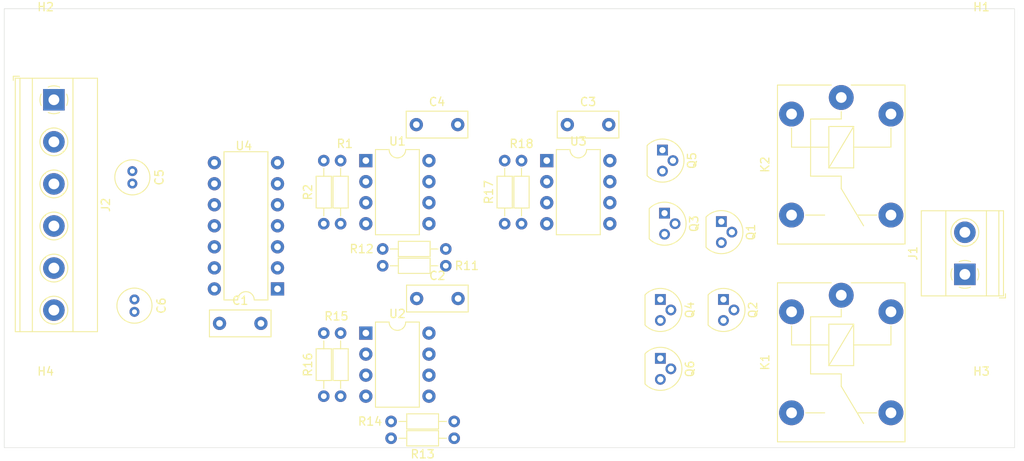
<source format=kicad_pcb>
(kicad_pcb (version 20171130) (host pcbnew "(5.1.9)-1")

  (general
    (thickness 1.6)
    (drawings 5)
    (tracks 0)
    (zones 0)
    (modules 34)
    (nets 9)
  )

  (page A4)
  (layers
    (0 F.Cu signal)
    (31 B.Cu signal)
    (32 B.Adhes user)
    (33 F.Adhes user)
    (34 B.Paste user)
    (35 F.Paste user)
    (36 B.SilkS user)
    (37 F.SilkS user)
    (38 B.Mask user)
    (39 F.Mask user)
    (40 Dwgs.User user)
    (41 Cmts.User user)
    (42 Eco1.User user)
    (43 Eco2.User user)
    (44 Edge.Cuts user)
    (45 Margin user)
    (46 B.CrtYd user)
    (47 F.CrtYd user)
    (48 B.Fab user)
    (49 F.Fab user)
  )

  (setup
    (last_trace_width 0.25)
    (trace_clearance 0.2)
    (zone_clearance 0.508)
    (zone_45_only no)
    (trace_min 0.2)
    (via_size 0.8)
    (via_drill 0.4)
    (via_min_size 0.4)
    (via_min_drill 0.3)
    (uvia_size 0.3)
    (uvia_drill 0.1)
    (uvias_allowed no)
    (uvia_min_size 0.2)
    (uvia_min_drill 0.1)
    (edge_width 0.05)
    (segment_width 0.2)
    (pcb_text_width 0.3)
    (pcb_text_size 1.5 1.5)
    (mod_edge_width 0.12)
    (mod_text_size 1 1)
    (mod_text_width 0.15)
    (pad_size 1.524 1.524)
    (pad_drill 0.762)
    (pad_to_mask_clearance 0)
    (aux_axis_origin 0 0)
    (visible_elements 7FFFFFFF)
    (pcbplotparams
      (layerselection 0x010fc_ffffffff)
      (usegerberextensions false)
      (usegerberattributes true)
      (usegerberadvancedattributes true)
      (creategerberjobfile true)
      (excludeedgelayer true)
      (linewidth 0.100000)
      (plotframeref false)
      (viasonmask false)
      (mode 1)
      (useauxorigin false)
      (hpglpennumber 1)
      (hpglpenspeed 20)
      (hpglpendiameter 15.000000)
      (psnegative false)
      (psa4output false)
      (plotreference true)
      (plotvalue true)
      (plotinvisibletext false)
      (padsonsilk false)
      (subtractmaskfromsilk false)
      (outputformat 1)
      (mirror false)
      (drillshape 1)
      (scaleselection 1)
      (outputdirectory ""))
  )

  (net 0 "")
  (net 1 "Net-(C1-Pad2)")
  (net 2 "Net-(C1-Pad1)")
  (net 3 "Net-(C2-Pad1)")
  (net 4 "Net-(C2-Pad2)")
  (net 5 "Net-(C3-Pad1)")
  (net 6 "Net-(C3-Pad2)")
  (net 7 "Net-(C4-Pad2)")
  (net 8 "Net-(C4-Pad1)")

  (net_class Default "This is the default net class."
    (clearance 0.2)
    (trace_width 0.25)
    (via_dia 0.8)
    (via_drill 0.4)
    (uvia_dia 0.3)
    (uvia_drill 0.1)
    (add_net "Net-(C1-Pad1)")
    (add_net "Net-(C1-Pad2)")
    (add_net "Net-(C2-Pad1)")
    (add_net "Net-(C2-Pad2)")
    (add_net "Net-(C3-Pad1)")
    (add_net "Net-(C3-Pad2)")
    (add_net "Net-(C4-Pad1)")
    (add_net "Net-(C4-Pad2)")
  )

  (module Package_DIP:DIP-14_W7.62mm (layer F.Cu) (tedit 5A02E8C5) (tstamp 6016F18A)
    (at 127 100.838 180)
    (descr "14-lead though-hole mounted DIP package, row spacing 7.62 mm (300 mils)")
    (tags "THT DIP DIL PDIP 2.54mm 7.62mm 300mil")
    (path /60175C76)
    (fp_text reference U4 (at 4.064 17.272) (layer F.SilkS)
      (effects (font (size 1 1) (thickness 0.15)))
    )
    (fp_text value STGAP2SM (at 3.81 17.57) (layer F.Fab)
      (effects (font (size 1 1) (thickness 0.15)))
    )
    (fp_line (start 8.7 -1.55) (end -1.1 -1.55) (layer F.CrtYd) (width 0.05))
    (fp_line (start 8.7 16.8) (end 8.7 -1.55) (layer F.CrtYd) (width 0.05))
    (fp_line (start -1.1 16.8) (end 8.7 16.8) (layer F.CrtYd) (width 0.05))
    (fp_line (start -1.1 -1.55) (end -1.1 16.8) (layer F.CrtYd) (width 0.05))
    (fp_line (start 6.46 -1.33) (end 4.81 -1.33) (layer F.SilkS) (width 0.12))
    (fp_line (start 6.46 16.57) (end 6.46 -1.33) (layer F.SilkS) (width 0.12))
    (fp_line (start 1.16 16.57) (end 6.46 16.57) (layer F.SilkS) (width 0.12))
    (fp_line (start 1.16 -1.33) (end 1.16 16.57) (layer F.SilkS) (width 0.12))
    (fp_line (start 2.81 -1.33) (end 1.16 -1.33) (layer F.SilkS) (width 0.12))
    (fp_line (start 0.635 -0.27) (end 1.635 -1.27) (layer F.Fab) (width 0.1))
    (fp_line (start 0.635 16.51) (end 0.635 -0.27) (layer F.Fab) (width 0.1))
    (fp_line (start 6.985 16.51) (end 0.635 16.51) (layer F.Fab) (width 0.1))
    (fp_line (start 6.985 -1.27) (end 6.985 16.51) (layer F.Fab) (width 0.1))
    (fp_line (start 1.635 -1.27) (end 6.985 -1.27) (layer F.Fab) (width 0.1))
    (fp_text user %R (at 3.81 7.62) (layer F.Fab)
      (effects (font (size 1 1) (thickness 0.15)))
    )
    (fp_arc (start 3.81 -1.33) (end 2.81 -1.33) (angle -180) (layer F.SilkS) (width 0.12))
    (pad 14 thru_hole oval (at 7.62 0 180) (size 1.6 1.6) (drill 0.8) (layers *.Cu *.Mask))
    (pad 7 thru_hole oval (at 0 15.24 180) (size 1.6 1.6) (drill 0.8) (layers *.Cu *.Mask))
    (pad 13 thru_hole oval (at 7.62 2.54 180) (size 1.6 1.6) (drill 0.8) (layers *.Cu *.Mask))
    (pad 6 thru_hole oval (at 0 12.7 180) (size 1.6 1.6) (drill 0.8) (layers *.Cu *.Mask))
    (pad 12 thru_hole oval (at 7.62 5.08 180) (size 1.6 1.6) (drill 0.8) (layers *.Cu *.Mask))
    (pad 5 thru_hole oval (at 0 10.16 180) (size 1.6 1.6) (drill 0.8) (layers *.Cu *.Mask))
    (pad 11 thru_hole oval (at 7.62 7.62 180) (size 1.6 1.6) (drill 0.8) (layers *.Cu *.Mask))
    (pad 4 thru_hole oval (at 0 7.62 180) (size 1.6 1.6) (drill 0.8) (layers *.Cu *.Mask))
    (pad 10 thru_hole oval (at 7.62 10.16 180) (size 1.6 1.6) (drill 0.8) (layers *.Cu *.Mask))
    (pad 3 thru_hole oval (at 0 5.08 180) (size 1.6 1.6) (drill 0.8) (layers *.Cu *.Mask))
    (pad 9 thru_hole oval (at 7.62 12.7 180) (size 1.6 1.6) (drill 0.8) (layers *.Cu *.Mask))
    (pad 2 thru_hole oval (at 0 2.54 180) (size 1.6 1.6) (drill 0.8) (layers *.Cu *.Mask))
    (pad 8 thru_hole oval (at 7.62 15.24 180) (size 1.6 1.6) (drill 0.8) (layers *.Cu *.Mask))
    (pad 1 thru_hole rect (at 0 0 180) (size 1.6 1.6) (drill 0.8) (layers *.Cu *.Mask))
    (model ${KISYS3DMOD}/Package_DIP.3dshapes/DIP-14_W7.62mm.wrl
      (at (xyz 0 0 0))
      (scale (xyz 1 1 1))
      (rotate (xyz 0 0 0))
    )
  )

  (module Package_DIP:DIP-8_W7.62mm (layer F.Cu) (tedit 5A02E8C5) (tstamp 6016F160)
    (at 159.512 85.344)
    (descr "8-lead though-hole mounted DIP package, row spacing 7.62 mm (300 mils)")
    (tags "THT DIP DIL PDIP 2.54mm 7.62mm 300mil")
    (path /6016B966)
    (fp_text reference U3 (at 3.81 -2.33) (layer F.SilkS)
      (effects (font (size 1 1) (thickness 0.15)))
    )
    (fp_text value Opamp_Dual_Generic (at 3.81 9.95) (layer F.Fab)
      (effects (font (size 1 1) (thickness 0.15)))
    )
    (fp_line (start 8.7 -1.55) (end -1.1 -1.55) (layer F.CrtYd) (width 0.05))
    (fp_line (start 8.7 9.15) (end 8.7 -1.55) (layer F.CrtYd) (width 0.05))
    (fp_line (start -1.1 9.15) (end 8.7 9.15) (layer F.CrtYd) (width 0.05))
    (fp_line (start -1.1 -1.55) (end -1.1 9.15) (layer F.CrtYd) (width 0.05))
    (fp_line (start 6.46 -1.33) (end 4.81 -1.33) (layer F.SilkS) (width 0.12))
    (fp_line (start 6.46 8.95) (end 6.46 -1.33) (layer F.SilkS) (width 0.12))
    (fp_line (start 1.16 8.95) (end 6.46 8.95) (layer F.SilkS) (width 0.12))
    (fp_line (start 1.16 -1.33) (end 1.16 8.95) (layer F.SilkS) (width 0.12))
    (fp_line (start 2.81 -1.33) (end 1.16 -1.33) (layer F.SilkS) (width 0.12))
    (fp_line (start 0.635 -0.27) (end 1.635 -1.27) (layer F.Fab) (width 0.1))
    (fp_line (start 0.635 8.89) (end 0.635 -0.27) (layer F.Fab) (width 0.1))
    (fp_line (start 6.985 8.89) (end 0.635 8.89) (layer F.Fab) (width 0.1))
    (fp_line (start 6.985 -1.27) (end 6.985 8.89) (layer F.Fab) (width 0.1))
    (fp_line (start 1.635 -1.27) (end 6.985 -1.27) (layer F.Fab) (width 0.1))
    (fp_text user %R (at 3.81 3.81) (layer F.Fab)
      (effects (font (size 1 1) (thickness 0.15)))
    )
    (fp_arc (start 3.81 -1.33) (end 2.81 -1.33) (angle -180) (layer F.SilkS) (width 0.12))
    (pad 8 thru_hole oval (at 7.62 0) (size 1.6 1.6) (drill 0.8) (layers *.Cu *.Mask))
    (pad 4 thru_hole oval (at 0 7.62) (size 1.6 1.6) (drill 0.8) (layers *.Cu *.Mask))
    (pad 7 thru_hole oval (at 7.62 2.54) (size 1.6 1.6) (drill 0.8) (layers *.Cu *.Mask))
    (pad 3 thru_hole oval (at 0 5.08) (size 1.6 1.6) (drill 0.8) (layers *.Cu *.Mask))
    (pad 6 thru_hole oval (at 7.62 5.08) (size 1.6 1.6) (drill 0.8) (layers *.Cu *.Mask))
    (pad 2 thru_hole oval (at 0 2.54) (size 1.6 1.6) (drill 0.8) (layers *.Cu *.Mask))
    (pad 5 thru_hole oval (at 7.62 7.62) (size 1.6 1.6) (drill 0.8) (layers *.Cu *.Mask))
    (pad 1 thru_hole rect (at 0 0) (size 1.6 1.6) (drill 0.8) (layers *.Cu *.Mask))
    (model ${KISYS3DMOD}/Package_DIP.3dshapes/DIP-8_W7.62mm.wrl
      (at (xyz 0 0 0))
      (scale (xyz 1 1 1))
      (rotate (xyz 0 0 0))
    )
  )

  (module Package_DIP:DIP-8_W7.62mm (layer F.Cu) (tedit 5A02E8C5) (tstamp 6016F13C)
    (at 137.668 106.172)
    (descr "8-lead though-hole mounted DIP package, row spacing 7.62 mm (300 mils)")
    (tags "THT DIP DIL PDIP 2.54mm 7.62mm 300mil")
    (path /6016B4C3)
    (fp_text reference U2 (at 3.81 -2.33) (layer F.SilkS)
      (effects (font (size 1 1) (thickness 0.15)))
    )
    (fp_text value Opamp_Dual_Generic (at 3.81 9.95) (layer F.Fab)
      (effects (font (size 1 1) (thickness 0.15)))
    )
    (fp_line (start 8.7 -1.55) (end -1.1 -1.55) (layer F.CrtYd) (width 0.05))
    (fp_line (start 8.7 9.15) (end 8.7 -1.55) (layer F.CrtYd) (width 0.05))
    (fp_line (start -1.1 9.15) (end 8.7 9.15) (layer F.CrtYd) (width 0.05))
    (fp_line (start -1.1 -1.55) (end -1.1 9.15) (layer F.CrtYd) (width 0.05))
    (fp_line (start 6.46 -1.33) (end 4.81 -1.33) (layer F.SilkS) (width 0.12))
    (fp_line (start 6.46 8.95) (end 6.46 -1.33) (layer F.SilkS) (width 0.12))
    (fp_line (start 1.16 8.95) (end 6.46 8.95) (layer F.SilkS) (width 0.12))
    (fp_line (start 1.16 -1.33) (end 1.16 8.95) (layer F.SilkS) (width 0.12))
    (fp_line (start 2.81 -1.33) (end 1.16 -1.33) (layer F.SilkS) (width 0.12))
    (fp_line (start 0.635 -0.27) (end 1.635 -1.27) (layer F.Fab) (width 0.1))
    (fp_line (start 0.635 8.89) (end 0.635 -0.27) (layer F.Fab) (width 0.1))
    (fp_line (start 6.985 8.89) (end 0.635 8.89) (layer F.Fab) (width 0.1))
    (fp_line (start 6.985 -1.27) (end 6.985 8.89) (layer F.Fab) (width 0.1))
    (fp_line (start 1.635 -1.27) (end 6.985 -1.27) (layer F.Fab) (width 0.1))
    (fp_text user %R (at 3.81 3.81) (layer F.Fab)
      (effects (font (size 1 1) (thickness 0.15)))
    )
    (fp_arc (start 3.81 -1.33) (end 2.81 -1.33) (angle -180) (layer F.SilkS) (width 0.12))
    (pad 8 thru_hole oval (at 7.62 0) (size 1.6 1.6) (drill 0.8) (layers *.Cu *.Mask))
    (pad 4 thru_hole oval (at 0 7.62) (size 1.6 1.6) (drill 0.8) (layers *.Cu *.Mask))
    (pad 7 thru_hole oval (at 7.62 2.54) (size 1.6 1.6) (drill 0.8) (layers *.Cu *.Mask))
    (pad 3 thru_hole oval (at 0 5.08) (size 1.6 1.6) (drill 0.8) (layers *.Cu *.Mask))
    (pad 6 thru_hole oval (at 7.62 5.08) (size 1.6 1.6) (drill 0.8) (layers *.Cu *.Mask))
    (pad 2 thru_hole oval (at 0 2.54) (size 1.6 1.6) (drill 0.8) (layers *.Cu *.Mask))
    (pad 5 thru_hole oval (at 7.62 7.62) (size 1.6 1.6) (drill 0.8) (layers *.Cu *.Mask))
    (pad 1 thru_hole rect (at 0 0) (size 1.6 1.6) (drill 0.8) (layers *.Cu *.Mask))
    (model ${KISYS3DMOD}/Package_DIP.3dshapes/DIP-8_W7.62mm.wrl
      (at (xyz 0 0 0))
      (scale (xyz 1 1 1))
      (rotate (xyz 0 0 0))
    )
  )

  (module Package_DIP:DIP-8_W7.62mm (layer F.Cu) (tedit 5A02E8C5) (tstamp 6016F118)
    (at 137.668 85.344)
    (descr "8-lead though-hole mounted DIP package, row spacing 7.62 mm (300 mils)")
    (tags "THT DIP DIL PDIP 2.54mm 7.62mm 300mil")
    (path /6016AF60)
    (fp_text reference U1 (at 3.81 -2.33) (layer F.SilkS)
      (effects (font (size 1 1) (thickness 0.15)))
    )
    (fp_text value Opamp_Dual_Generic (at 3.81 9.95) (layer F.Fab)
      (effects (font (size 1 1) (thickness 0.15)))
    )
    (fp_line (start 8.7 -1.55) (end -1.1 -1.55) (layer F.CrtYd) (width 0.05))
    (fp_line (start 8.7 9.15) (end 8.7 -1.55) (layer F.CrtYd) (width 0.05))
    (fp_line (start -1.1 9.15) (end 8.7 9.15) (layer F.CrtYd) (width 0.05))
    (fp_line (start -1.1 -1.55) (end -1.1 9.15) (layer F.CrtYd) (width 0.05))
    (fp_line (start 6.46 -1.33) (end 4.81 -1.33) (layer F.SilkS) (width 0.12))
    (fp_line (start 6.46 8.95) (end 6.46 -1.33) (layer F.SilkS) (width 0.12))
    (fp_line (start 1.16 8.95) (end 6.46 8.95) (layer F.SilkS) (width 0.12))
    (fp_line (start 1.16 -1.33) (end 1.16 8.95) (layer F.SilkS) (width 0.12))
    (fp_line (start 2.81 -1.33) (end 1.16 -1.33) (layer F.SilkS) (width 0.12))
    (fp_line (start 0.635 -0.27) (end 1.635 -1.27) (layer F.Fab) (width 0.1))
    (fp_line (start 0.635 8.89) (end 0.635 -0.27) (layer F.Fab) (width 0.1))
    (fp_line (start 6.985 8.89) (end 0.635 8.89) (layer F.Fab) (width 0.1))
    (fp_line (start 6.985 -1.27) (end 6.985 8.89) (layer F.Fab) (width 0.1))
    (fp_line (start 1.635 -1.27) (end 6.985 -1.27) (layer F.Fab) (width 0.1))
    (fp_text user %R (at 3.81 3.81) (layer F.Fab)
      (effects (font (size 1 1) (thickness 0.15)))
    )
    (fp_arc (start 3.81 -1.33) (end 2.81 -1.33) (angle -180) (layer F.SilkS) (width 0.12))
    (pad 8 thru_hole oval (at 7.62 0) (size 1.6 1.6) (drill 0.8) (layers *.Cu *.Mask))
    (pad 4 thru_hole oval (at 0 7.62) (size 1.6 1.6) (drill 0.8) (layers *.Cu *.Mask))
    (pad 7 thru_hole oval (at 7.62 2.54) (size 1.6 1.6) (drill 0.8) (layers *.Cu *.Mask))
    (pad 3 thru_hole oval (at 0 5.08) (size 1.6 1.6) (drill 0.8) (layers *.Cu *.Mask))
    (pad 6 thru_hole oval (at 7.62 5.08) (size 1.6 1.6) (drill 0.8) (layers *.Cu *.Mask))
    (pad 2 thru_hole oval (at 0 2.54) (size 1.6 1.6) (drill 0.8) (layers *.Cu *.Mask))
    (pad 5 thru_hole oval (at 7.62 7.62) (size 1.6 1.6) (drill 0.8) (layers *.Cu *.Mask))
    (pad 1 thru_hole rect (at 0 0) (size 1.6 1.6) (drill 0.8) (layers *.Cu *.Mask))
    (model ${KISYS3DMOD}/Package_DIP.3dshapes/DIP-8_W7.62mm.wrl
      (at (xyz 0 0 0))
      (scale (xyz 1 1 1))
      (rotate (xyz 0 0 0))
    )
  )

  (module Capacitor_THT:C_Radial_D4.0mm_H7.0mm_P1.50mm (layer F.Cu) (tedit 5BC5C9B9) (tstamp 6016EEF2)
    (at 109.474 86.614 270)
    (descr "C, Radial series, Radial, pin pitch=1.50mm, diameter=4mm, height=7mm, Non-Polar Electrolytic Capacitor")
    (tags "C Radial series Radial pin pitch 1.50mm diameter 4mm height 7mm Non-Polar Electrolytic Capacitor")
    (path /60168F24)
    (fp_text reference C5 (at 0.75 -3.25 90) (layer F.SilkS)
      (effects (font (size 1 1) (thickness 0.15)))
    )
    (fp_text value CP (at 0.75 3.25 90) (layer F.Fab)
      (effects (font (size 1 1) (thickness 0.15)))
    )
    (fp_circle (center 0.75 0) (end 2.75 0) (layer F.Fab) (width 0.1))
    (fp_circle (center 0.75 0) (end 2.87 0) (layer F.SilkS) (width 0.12))
    (fp_circle (center 0.75 0) (end 3 0) (layer F.CrtYd) (width 0.05))
    (fp_text user %R (at 0.75 0 90) (layer F.Fab)
      (effects (font (size 0.8 0.8) (thickness 0.12)))
    )
    (pad 1 thru_hole circle (at 0 0 270) (size 1.2 1.2) (drill 0.6) (layers *.Cu *.Mask))
    (pad 2 thru_hole circle (at 1.5 0 270) (size 1.2 1.2) (drill 0.6) (layers *.Cu *.Mask))
    (model ${KISYS3DMOD}/Capacitor_THT.3dshapes/C_Radial_D4.0mm_H7.0mm_P1.50mm.wrl
      (at (xyz 0 0 0))
      (scale (xyz 1 1 1))
      (rotate (xyz 0 0 0))
    )
  )

  (module Capacitor_THT:C_Radial_D4.0mm_H7.0mm_P1.50mm (layer F.Cu) (tedit 5BC5C9B9) (tstamp 6016EEFC)
    (at 109.728 102.108 270)
    (descr "C, Radial series, Radial, pin pitch=1.50mm, diameter=4mm, height=7mm, Non-Polar Electrolytic Capacitor")
    (tags "C Radial series Radial pin pitch 1.50mm diameter 4mm height 7mm Non-Polar Electrolytic Capacitor")
    (path /601696AC)
    (fp_text reference C6 (at 0.75 -3.25 90) (layer F.SilkS)
      (effects (font (size 1 1) (thickness 0.15)))
    )
    (fp_text value CP (at 0.75 3.25 90) (layer F.Fab)
      (effects (font (size 1 1) (thickness 0.15)))
    )
    (fp_circle (center 0.75 0) (end 3 0) (layer F.CrtYd) (width 0.05))
    (fp_circle (center 0.75 0) (end 2.87 0) (layer F.SilkS) (width 0.12))
    (fp_circle (center 0.75 0) (end 2.75 0) (layer F.Fab) (width 0.1))
    (fp_text user %R (at 0.75 0 90) (layer F.Fab)
      (effects (font (size 0.8 0.8) (thickness 0.12)))
    )
    (pad 2 thru_hole circle (at 1.5 0 270) (size 1.2 1.2) (drill 0.6) (layers *.Cu *.Mask))
    (pad 1 thru_hole circle (at 0 0 270) (size 1.2 1.2) (drill 0.6) (layers *.Cu *.Mask))
    (model ${KISYS3DMOD}/Capacitor_THT.3dshapes/C_Radial_D4.0mm_H7.0mm_P1.50mm.wrl
      (at (xyz 0 0 0))
      (scale (xyz 1 1 1))
      (rotate (xyz 0 0 0))
    )
  )

  (module Relay_THT:Relay_SPDT_Finder_36.11 (layer F.Cu) (tedit 5D3F5A07) (tstamp 6016EF7A)
    (at 195.072 101.6 270)
    (descr "FINDER 36.11, SPDT relay, 10A, https://gfinder.findernet.com/public/attachments/36/EN/S36EN.pdf")
    (tags "spdt relay")
    (path /60168DD0)
    (fp_text reference K1 (at 8.1 9.2 90) (layer F.SilkS)
      (effects (font (size 1 1) (thickness 0.15)))
    )
    (fp_text value ADW11 (at 8 -9.6 90) (layer F.Fab)
      (effects (font (size 1 1) (thickness 0.15)))
    )
    (fp_line (start 8.5 1.5) (end 3.5 1.5) (layer F.SilkS) (width 0.12))
    (fp_line (start 8.5 -1.5) (end 8.5 1.5) (layer F.SilkS) (width 0.12))
    (fp_line (start 3.5 -1.5) (end 8.5 -1.5) (layer F.SilkS) (width 0.12))
    (fp_line (start 3.5 1.5) (end 3.5 -1.5) (layer F.SilkS) (width 0.12))
    (fp_line (start 8.5 1.5) (end 3.5 -1.5) (layer F.SilkS) (width 0.12))
    (fp_line (start 6 1.5) (end 6 6) (layer F.SilkS) (width 0.12))
    (fp_line (start 6 -6) (end 6 -1.5) (layer F.SilkS) (width 0.12))
    (fp_line (start 2.6 0) (end 2.6 3.7) (layer F.SilkS) (width 0.12))
    (fp_line (start 9.5 0) (end 9.5 3.7) (layer F.SilkS) (width 0.12))
    (fp_line (start 9.5 3.7) (end 2.6 3.7) (layer F.SilkS) (width 0.12))
    (fp_line (start 11 0) (end 15.5 -2.7) (layer F.SilkS) (width 0.12))
    (fp_line (start 9.5 0) (end 11 0) (layer F.SilkS) (width 0.12))
    (fp_line (start 6 -6) (end 3.7 -6) (layer F.SilkS) (width 0.12))
    (fp_line (start 2.6 0) (end 1.7 0) (layer F.SilkS) (width 0.12))
    (fp_line (start 3.7 6) (end 6 6) (layer F.SilkS) (width 0.12))
    (fp_line (start 14.2 -4.3) (end 14.2 -2) (layer F.SilkS) (width 0.12))
    (fp_line (start 14.2 4.3) (end 14.2 2) (layer F.SilkS) (width 0.12))
    (fp_line (start -1.75 7.85) (end 17.85 7.85) (layer F.CrtYd) (width 0.05))
    (fp_line (start 17.85 -7.85) (end 17.85 7.85) (layer F.CrtYd) (width 0.05))
    (fp_line (start -1.75 7.85) (end -1.75 -7.85) (layer F.CrtYd) (width 0.05))
    (fp_line (start 17.85 -7.85) (end -1.75 -7.85) (layer F.CrtYd) (width 0.05))
    (fp_line (start -1.4 7.6) (end -1.4 -7.6) (layer F.Fab) (width 0.1))
    (fp_line (start 17.6 7.6) (end -1.4 7.6) (layer F.Fab) (width 0.1))
    (fp_line (start 17.6 -7.6) (end 17.6 7.6) (layer F.Fab) (width 0.1))
    (fp_line (start -1.4 -7.6) (end 17.6 -7.6) (layer F.Fab) (width 0.1))
    (fp_line (start 17.7 7.7) (end -1.5 7.7) (layer F.SilkS) (width 0.12))
    (fp_line (start 17.7 -7.7) (end 17.7 7.7) (layer F.SilkS) (width 0.12))
    (fp_line (start -1.5 -7.7) (end 17.7 -7.7) (layer F.SilkS) (width 0.12))
    (fp_line (start -1.5 -7.7) (end -1.5 -1.2) (layer F.SilkS) (width 0.12))
    (fp_line (start -1.5 1.2) (end -1.5 7.7) (layer F.SilkS) (width 0.12))
    (fp_text user %R (at 7.1 0.025 90) (layer F.Fab)
      (effects (font (size 1 1) (thickness 0.15)))
    )
    (pad 11 thru_hole circle (at 0 0 270) (size 3 3) (drill 1.3) (layers *.Cu *.Mask))
    (pad A2 thru_hole circle (at 2 -6 270) (size 3 3) (drill 1.3) (layers *.Cu *.Mask))
    (pad 12 thru_hole circle (at 14.2 -6 270) (size 3 3) (drill 1.3) (layers *.Cu *.Mask))
    (pad 14 thru_hole circle (at 14.2 6 270) (size 3 3) (drill 1.3) (layers *.Cu *.Mask))
    (pad A1 thru_hole circle (at 2 6 270) (size 3 3) (drill 1.3) (layers *.Cu *.Mask))
    (model ${KISYS3DMOD}/Relay_THT.3dshapes/Relay_SPDT_Finder_36.11.wrl
      (at (xyz 0 0 0))
      (scale (xyz 1 1 1))
      (rotate (xyz 0 0 0))
    )
  )

  (module Relay_THT:Relay_SPDT_Finder_36.11 (layer F.Cu) (tedit 5D3F5A07) (tstamp 6016EFA2)
    (at 195.072 77.724 270)
    (descr "FINDER 36.11, SPDT relay, 10A, https://gfinder.findernet.com/public/attachments/36/EN/S36EN.pdf")
    (tags "spdt relay")
    (path /60169BC0)
    (fp_text reference K2 (at 8.1 9.2 90) (layer F.SilkS)
      (effects (font (size 1 1) (thickness 0.15)))
    )
    (fp_text value ADW11 (at 8 -9.6 90) (layer F.Fab)
      (effects (font (size 1 1) (thickness 0.15)))
    )
    (fp_line (start -1.5 1.2) (end -1.5 7.7) (layer F.SilkS) (width 0.12))
    (fp_line (start -1.5 -7.7) (end -1.5 -1.2) (layer F.SilkS) (width 0.12))
    (fp_line (start -1.5 -7.7) (end 17.7 -7.7) (layer F.SilkS) (width 0.12))
    (fp_line (start 17.7 -7.7) (end 17.7 7.7) (layer F.SilkS) (width 0.12))
    (fp_line (start 17.7 7.7) (end -1.5 7.7) (layer F.SilkS) (width 0.12))
    (fp_line (start -1.4 -7.6) (end 17.6 -7.6) (layer F.Fab) (width 0.1))
    (fp_line (start 17.6 -7.6) (end 17.6 7.6) (layer F.Fab) (width 0.1))
    (fp_line (start 17.6 7.6) (end -1.4 7.6) (layer F.Fab) (width 0.1))
    (fp_line (start -1.4 7.6) (end -1.4 -7.6) (layer F.Fab) (width 0.1))
    (fp_line (start 17.85 -7.85) (end -1.75 -7.85) (layer F.CrtYd) (width 0.05))
    (fp_line (start -1.75 7.85) (end -1.75 -7.85) (layer F.CrtYd) (width 0.05))
    (fp_line (start 17.85 -7.85) (end 17.85 7.85) (layer F.CrtYd) (width 0.05))
    (fp_line (start -1.75 7.85) (end 17.85 7.85) (layer F.CrtYd) (width 0.05))
    (fp_line (start 14.2 4.3) (end 14.2 2) (layer F.SilkS) (width 0.12))
    (fp_line (start 14.2 -4.3) (end 14.2 -2) (layer F.SilkS) (width 0.12))
    (fp_line (start 3.7 6) (end 6 6) (layer F.SilkS) (width 0.12))
    (fp_line (start 2.6 0) (end 1.7 0) (layer F.SilkS) (width 0.12))
    (fp_line (start 6 -6) (end 3.7 -6) (layer F.SilkS) (width 0.12))
    (fp_line (start 9.5 0) (end 11 0) (layer F.SilkS) (width 0.12))
    (fp_line (start 11 0) (end 15.5 -2.7) (layer F.SilkS) (width 0.12))
    (fp_line (start 9.5 3.7) (end 2.6 3.7) (layer F.SilkS) (width 0.12))
    (fp_line (start 9.5 0) (end 9.5 3.7) (layer F.SilkS) (width 0.12))
    (fp_line (start 2.6 0) (end 2.6 3.7) (layer F.SilkS) (width 0.12))
    (fp_line (start 6 -6) (end 6 -1.5) (layer F.SilkS) (width 0.12))
    (fp_line (start 6 1.5) (end 6 6) (layer F.SilkS) (width 0.12))
    (fp_line (start 8.5 1.5) (end 3.5 -1.5) (layer F.SilkS) (width 0.12))
    (fp_line (start 3.5 1.5) (end 3.5 -1.5) (layer F.SilkS) (width 0.12))
    (fp_line (start 3.5 -1.5) (end 8.5 -1.5) (layer F.SilkS) (width 0.12))
    (fp_line (start 8.5 -1.5) (end 8.5 1.5) (layer F.SilkS) (width 0.12))
    (fp_line (start 8.5 1.5) (end 3.5 1.5) (layer F.SilkS) (width 0.12))
    (fp_text user %R (at 7.1 0.025 90) (layer F.Fab)
      (effects (font (size 1 1) (thickness 0.15)))
    )
    (pad A1 thru_hole circle (at 2 6 270) (size 3 3) (drill 1.3) (layers *.Cu *.Mask))
    (pad 14 thru_hole circle (at 14.2 6 270) (size 3 3) (drill 1.3) (layers *.Cu *.Mask))
    (pad 12 thru_hole circle (at 14.2 -6 270) (size 3 3) (drill 1.3) (layers *.Cu *.Mask))
    (pad A2 thru_hole circle (at 2 -6 270) (size 3 3) (drill 1.3) (layers *.Cu *.Mask))
    (pad 11 thru_hole circle (at 0 0 270) (size 3 3) (drill 1.3) (layers *.Cu *.Mask))
    (model ${KISYS3DMOD}/Relay_THT.3dshapes/Relay_SPDT_Finder_36.11.wrl
      (at (xyz 0 0 0))
      (scale (xyz 1 1 1))
      (rotate (xyz 0 0 0))
    )
  )

  (module Package_TO_SOT_THT:TO-92 (layer F.Cu) (tedit 5A279852) (tstamp 6016EFB4)
    (at 180.594 92.71 270)
    (descr "TO-92 leads molded, narrow, drill 0.75mm (see NXP sot054_po.pdf)")
    (tags "to-92 sc-43 sc-43a sot54 PA33 transistor")
    (path /6016BBA2)
    (fp_text reference Q1 (at 1.27 -3.56 90) (layer F.SilkS)
      (effects (font (size 1 1) (thickness 0.15)))
    )
    (fp_text value 74HC00 (at 1.27 2.79 90) (layer F.Fab)
      (effects (font (size 1 1) (thickness 0.15)))
    )
    (fp_line (start -0.53 1.85) (end 3.07 1.85) (layer F.SilkS) (width 0.12))
    (fp_line (start -0.5 1.75) (end 3 1.75) (layer F.Fab) (width 0.1))
    (fp_line (start -1.46 -2.73) (end 4 -2.73) (layer F.CrtYd) (width 0.05))
    (fp_line (start -1.46 -2.73) (end -1.46 2.01) (layer F.CrtYd) (width 0.05))
    (fp_line (start 4 2.01) (end 4 -2.73) (layer F.CrtYd) (width 0.05))
    (fp_line (start 4 2.01) (end -1.46 2.01) (layer F.CrtYd) (width 0.05))
    (fp_text user %R (at 1.27 0 90) (layer F.Fab)
      (effects (font (size 1 1) (thickness 0.15)))
    )
    (fp_arc (start 1.27 0) (end 1.27 -2.48) (angle 135) (layer F.Fab) (width 0.1))
    (fp_arc (start 1.27 0) (end 1.27 -2.6) (angle -135) (layer F.SilkS) (width 0.12))
    (fp_arc (start 1.27 0) (end 1.27 -2.48) (angle -135) (layer F.Fab) (width 0.1))
    (fp_arc (start 1.27 0) (end 1.27 -2.6) (angle 135) (layer F.SilkS) (width 0.12))
    (pad 2 thru_hole circle (at 1.27 -1.27 270) (size 1.3 1.3) (drill 0.75) (layers *.Cu *.Mask))
    (pad 3 thru_hole circle (at 2.54 0 270) (size 1.3 1.3) (drill 0.75) (layers *.Cu *.Mask))
    (pad 1 thru_hole rect (at 0 0 270) (size 1.3 1.3) (drill 0.75) (layers *.Cu *.Mask))
    (model ${KISYS3DMOD}/Package_TO_SOT_THT.3dshapes/TO-92.wrl
      (at (xyz 0 0 0))
      (scale (xyz 1 1 1))
      (rotate (xyz 0 0 0))
    )
  )

  (module Package_TO_SOT_THT:TO-92 (layer F.Cu) (tedit 5A279852) (tstamp 6016EFC6)
    (at 180.848 102.108 270)
    (descr "TO-92 leads molded, narrow, drill 0.75mm (see NXP sot054_po.pdf)")
    (tags "to-92 sc-43 sc-43a sot54 PA33 transistor")
    (path /6016D9B1)
    (fp_text reference Q2 (at 1.27 -3.56 90) (layer F.SilkS)
      (effects (font (size 1 1) (thickness 0.15)))
    )
    (fp_text value 74HC00 (at 1.27 2.79 90) (layer F.Fab)
      (effects (font (size 1 1) (thickness 0.15)))
    )
    (fp_line (start -0.53 1.85) (end 3.07 1.85) (layer F.SilkS) (width 0.12))
    (fp_line (start -0.5 1.75) (end 3 1.75) (layer F.Fab) (width 0.1))
    (fp_line (start -1.46 -2.73) (end 4 -2.73) (layer F.CrtYd) (width 0.05))
    (fp_line (start -1.46 -2.73) (end -1.46 2.01) (layer F.CrtYd) (width 0.05))
    (fp_line (start 4 2.01) (end 4 -2.73) (layer F.CrtYd) (width 0.05))
    (fp_line (start 4 2.01) (end -1.46 2.01) (layer F.CrtYd) (width 0.05))
    (fp_text user %R (at 1.354999 -1.093001 90) (layer F.Fab)
      (effects (font (size 1 1) (thickness 0.15)))
    )
    (fp_arc (start 1.27 0) (end 1.27 -2.48) (angle 135) (layer F.Fab) (width 0.1))
    (fp_arc (start 1.27 0) (end 1.27 -2.6) (angle -135) (layer F.SilkS) (width 0.12))
    (fp_arc (start 1.27 0) (end 1.27 -2.48) (angle -135) (layer F.Fab) (width 0.1))
    (fp_arc (start 1.27 0) (end 1.27 -2.6) (angle 135) (layer F.SilkS) (width 0.12))
    (pad 2 thru_hole circle (at 1.27 -1.27 270) (size 1.3 1.3) (drill 0.75) (layers *.Cu *.Mask))
    (pad 3 thru_hole circle (at 2.54 0 270) (size 1.3 1.3) (drill 0.75) (layers *.Cu *.Mask))
    (pad 1 thru_hole rect (at 0 0 270) (size 1.3 1.3) (drill 0.75) (layers *.Cu *.Mask))
    (model ${KISYS3DMOD}/Package_TO_SOT_THT.3dshapes/TO-92.wrl
      (at (xyz 0 0 0))
      (scale (xyz 1 1 1))
      (rotate (xyz 0 0 0))
    )
  )

  (module Package_TO_SOT_THT:TO-92 (layer F.Cu) (tedit 5A279852) (tstamp 6016EFD8)
    (at 173.736 91.694 270)
    (descr "TO-92 leads molded, narrow, drill 0.75mm (see NXP sot054_po.pdf)")
    (tags "to-92 sc-43 sc-43a sot54 PA33 transistor")
    (path /60169DA7)
    (fp_text reference Q3 (at 1.27 -3.56 90) (layer F.SilkS)
      (effects (font (size 1 1) (thickness 0.15)))
    )
    (fp_text value 74HC00 (at 1.27 2.79 90) (layer F.Fab)
      (effects (font (size 1 1) (thickness 0.15)))
    )
    (fp_line (start 4 2.01) (end -1.46 2.01) (layer F.CrtYd) (width 0.05))
    (fp_line (start 4 2.01) (end 4 -2.73) (layer F.CrtYd) (width 0.05))
    (fp_line (start -1.46 -2.73) (end -1.46 2.01) (layer F.CrtYd) (width 0.05))
    (fp_line (start -1.46 -2.73) (end 4 -2.73) (layer F.CrtYd) (width 0.05))
    (fp_line (start -0.5 1.75) (end 3 1.75) (layer F.Fab) (width 0.1))
    (fp_line (start -0.53 1.85) (end 3.07 1.85) (layer F.SilkS) (width 0.12))
    (fp_arc (start 1.27 0) (end 1.27 -2.6) (angle 135) (layer F.SilkS) (width 0.12))
    (fp_arc (start 1.27 0) (end 1.27 -2.48) (angle -135) (layer F.Fab) (width 0.1))
    (fp_arc (start 1.27 0) (end 1.27 -2.6) (angle -135) (layer F.SilkS) (width 0.12))
    (fp_arc (start 1.27 0) (end 1.27 -2.48) (angle 135) (layer F.Fab) (width 0.1))
    (fp_text user %R (at 1.27 0 90) (layer F.Fab)
      (effects (font (size 1 1) (thickness 0.15)))
    )
    (pad 1 thru_hole rect (at 0 0 270) (size 1.3 1.3) (drill 0.75) (layers *.Cu *.Mask))
    (pad 3 thru_hole circle (at 2.54 0 270) (size 1.3 1.3) (drill 0.75) (layers *.Cu *.Mask))
    (pad 2 thru_hole circle (at 1.27 -1.27 270) (size 1.3 1.3) (drill 0.75) (layers *.Cu *.Mask))
    (model ${KISYS3DMOD}/Package_TO_SOT_THT.3dshapes/TO-92.wrl
      (at (xyz 0 0 0))
      (scale (xyz 1 1 1))
      (rotate (xyz 0 0 0))
    )
  )

  (module Package_TO_SOT_THT:TO-92 (layer F.Cu) (tedit 5A279852) (tstamp 6016EFEA)
    (at 173.228 102.108 270)
    (descr "TO-92 leads molded, narrow, drill 0.75mm (see NXP sot054_po.pdf)")
    (tags "to-92 sc-43 sc-43a sot54 PA33 transistor")
    (path /6016C8FD)
    (fp_text reference Q4 (at 1.27 -3.56 90) (layer F.SilkS)
      (effects (font (size 1 1) (thickness 0.15)))
    )
    (fp_text value 74HC00 (at 1.27 2.79 90) (layer F.Fab)
      (effects (font (size 1 1) (thickness 0.15)))
    )
    (fp_line (start 4 2.01) (end -1.46 2.01) (layer F.CrtYd) (width 0.05))
    (fp_line (start 4 2.01) (end 4 -2.73) (layer F.CrtYd) (width 0.05))
    (fp_line (start -1.46 -2.73) (end -1.46 2.01) (layer F.CrtYd) (width 0.05))
    (fp_line (start -1.46 -2.73) (end 4 -2.73) (layer F.CrtYd) (width 0.05))
    (fp_line (start -0.5 1.75) (end 3 1.75) (layer F.Fab) (width 0.1))
    (fp_line (start -0.53 1.85) (end 3.07 1.85) (layer F.SilkS) (width 0.12))
    (fp_arc (start 1.27 0) (end 1.27 -2.6) (angle 135) (layer F.SilkS) (width 0.12))
    (fp_arc (start 1.27 0) (end 1.27 -2.48) (angle -135) (layer F.Fab) (width 0.1))
    (fp_arc (start 1.27 0) (end 1.27 -2.6) (angle -135) (layer F.SilkS) (width 0.12))
    (fp_arc (start 1.27 0) (end 1.27 -2.48) (angle 135) (layer F.Fab) (width 0.1))
    (fp_text user %R (at 1.27 0 90) (layer F.Fab)
      (effects (font (size 1 1) (thickness 0.15)))
    )
    (pad 1 thru_hole rect (at 0 0 270) (size 1.3 1.3) (drill 0.75) (layers *.Cu *.Mask))
    (pad 3 thru_hole circle (at 2.54 0 270) (size 1.3 1.3) (drill 0.75) (layers *.Cu *.Mask))
    (pad 2 thru_hole circle (at 1.27 -1.27 270) (size 1.3 1.3) (drill 0.75) (layers *.Cu *.Mask))
    (model ${KISYS3DMOD}/Package_TO_SOT_THT.3dshapes/TO-92.wrl
      (at (xyz 0 0 0))
      (scale (xyz 1 1 1))
      (rotate (xyz 0 0 0))
    )
  )

  (module Package_TO_SOT_THT:TO-92 (layer F.Cu) (tedit 5A279852) (tstamp 6016EFFC)
    (at 173.482 84.074 270)
    (descr "TO-92 leads molded, narrow, drill 0.75mm (see NXP sot054_po.pdf)")
    (tags "to-92 sc-43 sc-43a sot54 PA33 transistor")
    (path /6016FAD8)
    (fp_text reference Q5 (at 1.27 -3.56 90) (layer F.SilkS)
      (effects (font (size 1 1) (thickness 0.15)))
    )
    (fp_text value 74HC00 (at 1.27 2.79 90) (layer F.Fab)
      (effects (font (size 1 1) (thickness 0.15)))
    )
    (fp_line (start 4 2.01) (end -1.46 2.01) (layer F.CrtYd) (width 0.05))
    (fp_line (start 4 2.01) (end 4 -2.73) (layer F.CrtYd) (width 0.05))
    (fp_line (start -1.46 -2.73) (end -1.46 2.01) (layer F.CrtYd) (width 0.05))
    (fp_line (start -1.46 -2.73) (end 4 -2.73) (layer F.CrtYd) (width 0.05))
    (fp_line (start -0.5 1.75) (end 3 1.75) (layer F.Fab) (width 0.1))
    (fp_line (start -0.53 1.85) (end 3.07 1.85) (layer F.SilkS) (width 0.12))
    (fp_arc (start 1.27 0) (end 1.27 -2.6) (angle 135) (layer F.SilkS) (width 0.12))
    (fp_arc (start 1.27 0) (end 1.27 -2.48) (angle -135) (layer F.Fab) (width 0.1))
    (fp_arc (start 1.27 0) (end 1.27 -2.6) (angle -135) (layer F.SilkS) (width 0.12))
    (fp_arc (start 1.27 0) (end 1.27 -2.48) (angle 135) (layer F.Fab) (width 0.1))
    (fp_text user %R (at 1.27 0 90) (layer F.Fab)
      (effects (font (size 1 1) (thickness 0.15)))
    )
    (pad 1 thru_hole rect (at 0 0 270) (size 1.3 1.3) (drill 0.75) (layers *.Cu *.Mask))
    (pad 3 thru_hole circle (at 2.54 0 270) (size 1.3 1.3) (drill 0.75) (layers *.Cu *.Mask))
    (pad 2 thru_hole circle (at 1.27 -1.27 270) (size 1.3 1.3) (drill 0.75) (layers *.Cu *.Mask))
    (model ${KISYS3DMOD}/Package_TO_SOT_THT.3dshapes/TO-92.wrl
      (at (xyz 0 0 0))
      (scale (xyz 1 1 1))
      (rotate (xyz 0 0 0))
    )
  )

  (module Package_TO_SOT_THT:TO-92 (layer F.Cu) (tedit 5A279852) (tstamp 6016F00E)
    (at 173.228 109.22 270)
    (descr "TO-92 leads molded, narrow, drill 0.75mm (see NXP sot054_po.pdf)")
    (tags "to-92 sc-43 sc-43a sot54 PA33 transistor")
    (path /6016EED2)
    (fp_text reference Q6 (at 1.27 -3.56 90) (layer F.SilkS)
      (effects (font (size 1 1) (thickness 0.15)))
    )
    (fp_text value 74HC00 (at 1.27 2.79 90) (layer F.Fab)
      (effects (font (size 1 1) (thickness 0.15)))
    )
    (fp_line (start -0.53 1.85) (end 3.07 1.85) (layer F.SilkS) (width 0.12))
    (fp_line (start -0.5 1.75) (end 3 1.75) (layer F.Fab) (width 0.1))
    (fp_line (start -1.46 -2.73) (end 4 -2.73) (layer F.CrtYd) (width 0.05))
    (fp_line (start -1.46 -2.73) (end -1.46 2.01) (layer F.CrtYd) (width 0.05))
    (fp_line (start 4 2.01) (end 4 -2.73) (layer F.CrtYd) (width 0.05))
    (fp_line (start 4 2.01) (end -1.46 2.01) (layer F.CrtYd) (width 0.05))
    (fp_text user %R (at 1.27 0 90) (layer F.Fab)
      (effects (font (size 1 1) (thickness 0.15)))
    )
    (fp_arc (start 1.27 0) (end 1.27 -2.48) (angle 135) (layer F.Fab) (width 0.1))
    (fp_arc (start 1.27 0) (end 1.27 -2.6) (angle -135) (layer F.SilkS) (width 0.12))
    (fp_arc (start 1.27 0) (end 1.27 -2.48) (angle -135) (layer F.Fab) (width 0.1))
    (fp_arc (start 1.27 0) (end 1.27 -2.6) (angle 135) (layer F.SilkS) (width 0.12))
    (pad 2 thru_hole circle (at 1.27 -1.27 270) (size 1.3 1.3) (drill 0.75) (layers *.Cu *.Mask))
    (pad 3 thru_hole circle (at 2.54 0 270) (size 1.3 1.3) (drill 0.75) (layers *.Cu *.Mask))
    (pad 1 thru_hole rect (at 0 0 270) (size 1.3 1.3) (drill 0.75) (layers *.Cu *.Mask))
    (model ${KISYS3DMOD}/Package_TO_SOT_THT.3dshapes/TO-92.wrl
      (at (xyz 0 0 0))
      (scale (xyz 1 1 1))
      (rotate (xyz 0 0 0))
    )
  )

  (module Resistor_THT:R_Axial_DIN0204_L3.6mm_D1.6mm_P7.62mm_Horizontal (layer F.Cu) (tedit 5AE5139B) (tstamp 6016F025)
    (at 134.62 85.344 270)
    (descr "Resistor, Axial_DIN0204 series, Axial, Horizontal, pin pitch=7.62mm, 0.167W, length*diameter=3.6*1.6mm^2, http://cdn-reichelt.de/documents/datenblatt/B400/1_4W%23YAG.pdf")
    (tags "Resistor Axial_DIN0204 series Axial Horizontal pin pitch 7.62mm 0.167W length 3.6mm diameter 1.6mm")
    (path /6018B688)
    (fp_text reference R1 (at -2.032 -0.508 180) (layer F.SilkS)
      (effects (font (size 1 1) (thickness 0.15)))
    )
    (fp_text value R (at 3.81 1.92 90) (layer F.Fab)
      (effects (font (size 1 1) (thickness 0.15)))
    )
    (fp_line (start 2.01 -0.8) (end 2.01 0.8) (layer F.Fab) (width 0.1))
    (fp_line (start 2.01 0.8) (end 5.61 0.8) (layer F.Fab) (width 0.1))
    (fp_line (start 5.61 0.8) (end 5.61 -0.8) (layer F.Fab) (width 0.1))
    (fp_line (start 5.61 -0.8) (end 2.01 -0.8) (layer F.Fab) (width 0.1))
    (fp_line (start 0 0) (end 2.01 0) (layer F.Fab) (width 0.1))
    (fp_line (start 7.62 0) (end 5.61 0) (layer F.Fab) (width 0.1))
    (fp_line (start 1.89 -0.92) (end 1.89 0.92) (layer F.SilkS) (width 0.12))
    (fp_line (start 1.89 0.92) (end 5.73 0.92) (layer F.SilkS) (width 0.12))
    (fp_line (start 5.73 0.92) (end 5.73 -0.92) (layer F.SilkS) (width 0.12))
    (fp_line (start 5.73 -0.92) (end 1.89 -0.92) (layer F.SilkS) (width 0.12))
    (fp_line (start 0.94 0) (end 1.89 0) (layer F.SilkS) (width 0.12))
    (fp_line (start 6.68 0) (end 5.73 0) (layer F.SilkS) (width 0.12))
    (fp_line (start -0.95 -1.05) (end -0.95 1.05) (layer F.CrtYd) (width 0.05))
    (fp_line (start -0.95 1.05) (end 8.57 1.05) (layer F.CrtYd) (width 0.05))
    (fp_line (start 8.57 1.05) (end 8.57 -1.05) (layer F.CrtYd) (width 0.05))
    (fp_line (start 8.57 -1.05) (end -0.95 -1.05) (layer F.CrtYd) (width 0.05))
    (fp_text user %R (at 4.310999 -0.225001 90) (layer F.Fab)
      (effects (font (size 0.72 0.72) (thickness 0.108)))
    )
    (pad 1 thru_hole circle (at 0 0 270) (size 1.4 1.4) (drill 0.7) (layers *.Cu *.Mask))
    (pad 2 thru_hole oval (at 7.62 0 270) (size 1.4 1.4) (drill 0.7) (layers *.Cu *.Mask))
    (model ${KISYS3DMOD}/Resistor_THT.3dshapes/R_Axial_DIN0204_L3.6mm_D1.6mm_P7.62mm_Horizontal.wrl
      (at (xyz 0 0 0))
      (scale (xyz 1 1 1))
      (rotate (xyz 0 0 0))
    )
  )

  (module Resistor_THT:R_Axial_DIN0204_L3.6mm_D1.6mm_P7.62mm_Horizontal (layer F.Cu) (tedit 5AE5139B) (tstamp 6016F03C)
    (at 132.588 92.964 90)
    (descr "Resistor, Axial_DIN0204 series, Axial, Horizontal, pin pitch=7.62mm, 0.167W, length*diameter=3.6*1.6mm^2, http://cdn-reichelt.de/documents/datenblatt/B400/1_4W%23YAG.pdf")
    (tags "Resistor Axial_DIN0204 series Axial Horizontal pin pitch 7.62mm 0.167W length 3.6mm diameter 1.6mm")
    (path /6018C11A)
    (fp_text reference R2 (at 3.81 -1.92 90) (layer F.SilkS)
      (effects (font (size 1 1) (thickness 0.15)))
    )
    (fp_text value R (at 3.81 1.92 90) (layer F.Fab)
      (effects (font (size 1 1) (thickness 0.15)))
    )
    (fp_line (start 8.57 -1.05) (end -0.95 -1.05) (layer F.CrtYd) (width 0.05))
    (fp_line (start 8.57 1.05) (end 8.57 -1.05) (layer F.CrtYd) (width 0.05))
    (fp_line (start -0.95 1.05) (end 8.57 1.05) (layer F.CrtYd) (width 0.05))
    (fp_line (start -0.95 -1.05) (end -0.95 1.05) (layer F.CrtYd) (width 0.05))
    (fp_line (start 6.68 0) (end 5.73 0) (layer F.SilkS) (width 0.12))
    (fp_line (start 0.94 0) (end 1.89 0) (layer F.SilkS) (width 0.12))
    (fp_line (start 5.73 -0.92) (end 1.89 -0.92) (layer F.SilkS) (width 0.12))
    (fp_line (start 5.73 0.92) (end 5.73 -0.92) (layer F.SilkS) (width 0.12))
    (fp_line (start 1.89 0.92) (end 5.73 0.92) (layer F.SilkS) (width 0.12))
    (fp_line (start 1.89 -0.92) (end 1.89 0.92) (layer F.SilkS) (width 0.12))
    (fp_line (start 7.62 0) (end 5.61 0) (layer F.Fab) (width 0.1))
    (fp_line (start 0 0) (end 2.01 0) (layer F.Fab) (width 0.1))
    (fp_line (start 5.61 -0.8) (end 2.01 -0.8) (layer F.Fab) (width 0.1))
    (fp_line (start 5.61 0.8) (end 5.61 -0.8) (layer F.Fab) (width 0.1))
    (fp_line (start 2.01 0.8) (end 5.61 0.8) (layer F.Fab) (width 0.1))
    (fp_line (start 2.01 -0.8) (end 2.01 0.8) (layer F.Fab) (width 0.1))
    (fp_text user %R (at 3.81 0 90) (layer F.Fab)
      (effects (font (size 0.72 0.72) (thickness 0.108)))
    )
    (pad 2 thru_hole oval (at 7.62 0 90) (size 1.4 1.4) (drill 0.7) (layers *.Cu *.Mask))
    (pad 1 thru_hole circle (at 0 0 90) (size 1.4 1.4) (drill 0.7) (layers *.Cu *.Mask))
    (model ${KISYS3DMOD}/Resistor_THT.3dshapes/R_Axial_DIN0204_L3.6mm_D1.6mm_P7.62mm_Horizontal.wrl
      (at (xyz 0 0 0))
      (scale (xyz 1 1 1))
      (rotate (xyz 0 0 0))
    )
  )

  (module Resistor_THT:R_Axial_DIN0204_L3.6mm_D1.6mm_P7.62mm_Horizontal (layer F.Cu) (tedit 5AE5139B) (tstamp 6016F053)
    (at 139.7 98.044)
    (descr "Resistor, Axial_DIN0204 series, Axial, Horizontal, pin pitch=7.62mm, 0.167W, length*diameter=3.6*1.6mm^2, http://cdn-reichelt.de/documents/datenblatt/B400/1_4W%23YAG.pdf")
    (tags "Resistor Axial_DIN0204 series Axial Horizontal pin pitch 7.62mm 0.167W length 3.6mm diameter 1.6mm")
    (path /6018C4A7)
    (fp_text reference R11 (at 10.16 0) (layer F.SilkS)
      (effects (font (size 1 1) (thickness 0.15)))
    )
    (fp_text value R (at 3.81 1.92) (layer F.Fab)
      (effects (font (size 1 1) (thickness 0.15)))
    )
    (fp_line (start 2.01 -0.8) (end 2.01 0.8) (layer F.Fab) (width 0.1))
    (fp_line (start 2.01 0.8) (end 5.61 0.8) (layer F.Fab) (width 0.1))
    (fp_line (start 5.61 0.8) (end 5.61 -0.8) (layer F.Fab) (width 0.1))
    (fp_line (start 5.61 -0.8) (end 2.01 -0.8) (layer F.Fab) (width 0.1))
    (fp_line (start 0 0) (end 2.01 0) (layer F.Fab) (width 0.1))
    (fp_line (start 7.62 0) (end 5.61 0) (layer F.Fab) (width 0.1))
    (fp_line (start 1.89 -0.92) (end 1.89 0.92) (layer F.SilkS) (width 0.12))
    (fp_line (start 1.89 0.92) (end 5.73 0.92) (layer F.SilkS) (width 0.12))
    (fp_line (start 5.73 0.92) (end 5.73 -0.92) (layer F.SilkS) (width 0.12))
    (fp_line (start 5.73 -0.92) (end 1.89 -0.92) (layer F.SilkS) (width 0.12))
    (fp_line (start 0.94 0) (end 1.89 0) (layer F.SilkS) (width 0.12))
    (fp_line (start 6.68 0) (end 5.73 0) (layer F.SilkS) (width 0.12))
    (fp_line (start -0.95 -1.05) (end -0.95 1.05) (layer F.CrtYd) (width 0.05))
    (fp_line (start -0.95 1.05) (end 8.57 1.05) (layer F.CrtYd) (width 0.05))
    (fp_line (start 8.57 1.05) (end 8.57 -1.05) (layer F.CrtYd) (width 0.05))
    (fp_line (start 8.57 -1.05) (end -0.95 -1.05) (layer F.CrtYd) (width 0.05))
    (fp_text user %R (at 3.81 -0.508) (layer F.Fab)
      (effects (font (size 0.72 0.72) (thickness 0.108)))
    )
    (pad 1 thru_hole circle (at 0 0) (size 1.4 1.4) (drill 0.7) (layers *.Cu *.Mask))
    (pad 2 thru_hole oval (at 7.62 0) (size 1.4 1.4) (drill 0.7) (layers *.Cu *.Mask))
    (model ${KISYS3DMOD}/Resistor_THT.3dshapes/R_Axial_DIN0204_L3.6mm_D1.6mm_P7.62mm_Horizontal.wrl
      (at (xyz 0 0 0))
      (scale (xyz 1 1 1))
      (rotate (xyz 0 0 0))
    )
  )

  (module Resistor_THT:R_Axial_DIN0204_L3.6mm_D1.6mm_P7.62mm_Horizontal (layer F.Cu) (tedit 5AE5139B) (tstamp 6016F06A)
    (at 139.7 96.012)
    (descr "Resistor, Axial_DIN0204 series, Axial, Horizontal, pin pitch=7.62mm, 0.167W, length*diameter=3.6*1.6mm^2, http://cdn-reichelt.de/documents/datenblatt/B400/1_4W%23YAG.pdf")
    (tags "Resistor Axial_DIN0204 series Axial Horizontal pin pitch 7.62mm 0.167W length 3.6mm diameter 1.6mm")
    (path /6018C7C0)
    (fp_text reference R12 (at -2.54 0) (layer F.SilkS)
      (effects (font (size 1 1) (thickness 0.15)))
    )
    (fp_text value R (at 3.81 1.92) (layer F.Fab)
      (effects (font (size 1 1) (thickness 0.15)))
    )
    (fp_line (start 8.57 -1.05) (end -0.95 -1.05) (layer F.CrtYd) (width 0.05))
    (fp_line (start 8.57 1.05) (end 8.57 -1.05) (layer F.CrtYd) (width 0.05))
    (fp_line (start -0.95 1.05) (end 8.57 1.05) (layer F.CrtYd) (width 0.05))
    (fp_line (start -0.95 -1.05) (end -0.95 1.05) (layer F.CrtYd) (width 0.05))
    (fp_line (start 6.68 0) (end 5.73 0) (layer F.SilkS) (width 0.12))
    (fp_line (start 0.94 0) (end 1.89 0) (layer F.SilkS) (width 0.12))
    (fp_line (start 5.73 -0.92) (end 1.89 -0.92) (layer F.SilkS) (width 0.12))
    (fp_line (start 5.73 0.92) (end 5.73 -0.92) (layer F.SilkS) (width 0.12))
    (fp_line (start 1.89 0.92) (end 5.73 0.92) (layer F.SilkS) (width 0.12))
    (fp_line (start 1.89 -0.92) (end 1.89 0.92) (layer F.SilkS) (width 0.12))
    (fp_line (start 7.62 0) (end 5.61 0) (layer F.Fab) (width 0.1))
    (fp_line (start 0 0) (end 2.01 0) (layer F.Fab) (width 0.1))
    (fp_line (start 5.61 -0.8) (end 2.01 -0.8) (layer F.Fab) (width 0.1))
    (fp_line (start 5.61 0.8) (end 5.61 -0.8) (layer F.Fab) (width 0.1))
    (fp_line (start 2.01 0.8) (end 5.61 0.8) (layer F.Fab) (width 0.1))
    (fp_line (start 2.01 -0.8) (end 2.01 0.8) (layer F.Fab) (width 0.1))
    (fp_text user %R (at 3.81 0) (layer F.Fab)
      (effects (font (size 0.72 0.72) (thickness 0.108)))
    )
    (pad 2 thru_hole oval (at 7.62 0) (size 1.4 1.4) (drill 0.7) (layers *.Cu *.Mask))
    (pad 1 thru_hole circle (at 0 0) (size 1.4 1.4) (drill 0.7) (layers *.Cu *.Mask))
    (model ${KISYS3DMOD}/Resistor_THT.3dshapes/R_Axial_DIN0204_L3.6mm_D1.6mm_P7.62mm_Horizontal.wrl
      (at (xyz 0 0 0))
      (scale (xyz 1 1 1))
      (rotate (xyz 0 0 0))
    )
  )

  (module Resistor_THT:R_Axial_DIN0204_L3.6mm_D1.6mm_P7.62mm_Horizontal (layer F.Cu) (tedit 5AE5139B) (tstamp 6016F081)
    (at 148.336 118.872 180)
    (descr "Resistor, Axial_DIN0204 series, Axial, Horizontal, pin pitch=7.62mm, 0.167W, length*diameter=3.6*1.6mm^2, http://cdn-reichelt.de/documents/datenblatt/B400/1_4W%23YAG.pdf")
    (tags "Resistor Axial_DIN0204 series Axial Horizontal pin pitch 7.62mm 0.167W length 3.6mm diameter 1.6mm")
    (path /6018CF87)
    (fp_text reference R13 (at 3.81 -1.92) (layer F.SilkS)
      (effects (font (size 1 1) (thickness 0.15)))
    )
    (fp_text value R (at 3.81 1.92) (layer F.Fab)
      (effects (font (size 1 1) (thickness 0.15)))
    )
    (fp_line (start 8.57 -1.05) (end -0.95 -1.05) (layer F.CrtYd) (width 0.05))
    (fp_line (start 8.57 1.05) (end 8.57 -1.05) (layer F.CrtYd) (width 0.05))
    (fp_line (start -0.95 1.05) (end 8.57 1.05) (layer F.CrtYd) (width 0.05))
    (fp_line (start -0.95 -1.05) (end -0.95 1.05) (layer F.CrtYd) (width 0.05))
    (fp_line (start 6.68 0) (end 5.73 0) (layer F.SilkS) (width 0.12))
    (fp_line (start 0.94 0) (end 1.89 0) (layer F.SilkS) (width 0.12))
    (fp_line (start 5.73 -0.92) (end 1.89 -0.92) (layer F.SilkS) (width 0.12))
    (fp_line (start 5.73 0.92) (end 5.73 -0.92) (layer F.SilkS) (width 0.12))
    (fp_line (start 1.89 0.92) (end 5.73 0.92) (layer F.SilkS) (width 0.12))
    (fp_line (start 1.89 -0.92) (end 1.89 0.92) (layer F.SilkS) (width 0.12))
    (fp_line (start 7.62 0) (end 5.61 0) (layer F.Fab) (width 0.1))
    (fp_line (start 0 0) (end 2.01 0) (layer F.Fab) (width 0.1))
    (fp_line (start 5.61 -0.8) (end 2.01 -0.8) (layer F.Fab) (width 0.1))
    (fp_line (start 5.61 0.8) (end 5.61 -0.8) (layer F.Fab) (width 0.1))
    (fp_line (start 2.01 0.8) (end 5.61 0.8) (layer F.Fab) (width 0.1))
    (fp_line (start 2.01 -0.8) (end 2.01 0.8) (layer F.Fab) (width 0.1))
    (fp_text user %R (at 3.81 0) (layer F.Fab)
      (effects (font (size 0.72 0.72) (thickness 0.108)))
    )
    (pad 2 thru_hole oval (at 7.62 0 180) (size 1.4 1.4) (drill 0.7) (layers *.Cu *.Mask))
    (pad 1 thru_hole circle (at 0 0 180) (size 1.4 1.4) (drill 0.7) (layers *.Cu *.Mask))
    (model ${KISYS3DMOD}/Resistor_THT.3dshapes/R_Axial_DIN0204_L3.6mm_D1.6mm_P7.62mm_Horizontal.wrl
      (at (xyz 0 0 0))
      (scale (xyz 1 1 1))
      (rotate (xyz 0 0 0))
    )
  )

  (module Resistor_THT:R_Axial_DIN0204_L3.6mm_D1.6mm_P7.62mm_Horizontal (layer F.Cu) (tedit 5AE5139B) (tstamp 6016F098)
    (at 140.716 116.84)
    (descr "Resistor, Axial_DIN0204 series, Axial, Horizontal, pin pitch=7.62mm, 0.167W, length*diameter=3.6*1.6mm^2, http://cdn-reichelt.de/documents/datenblatt/B400/1_4W%23YAG.pdf")
    (tags "Resistor Axial_DIN0204 series Axial Horizontal pin pitch 7.62mm 0.167W length 3.6mm diameter 1.6mm")
    (path /6018D3C0)
    (fp_text reference R14 (at -2.54 0) (layer F.SilkS)
      (effects (font (size 1 1) (thickness 0.15)))
    )
    (fp_text value R (at 3.81 1.92) (layer F.Fab)
      (effects (font (size 1 1) (thickness 0.15)))
    )
    (fp_line (start 2.01 -0.8) (end 2.01 0.8) (layer F.Fab) (width 0.1))
    (fp_line (start 2.01 0.8) (end 5.61 0.8) (layer F.Fab) (width 0.1))
    (fp_line (start 5.61 0.8) (end 5.61 -0.8) (layer F.Fab) (width 0.1))
    (fp_line (start 5.61 -0.8) (end 2.01 -0.8) (layer F.Fab) (width 0.1))
    (fp_line (start 0 0) (end 2.01 0) (layer F.Fab) (width 0.1))
    (fp_line (start 7.62 0) (end 5.61 0) (layer F.Fab) (width 0.1))
    (fp_line (start 1.89 -0.92) (end 1.89 0.92) (layer F.SilkS) (width 0.12))
    (fp_line (start 1.89 0.92) (end 5.73 0.92) (layer F.SilkS) (width 0.12))
    (fp_line (start 5.73 0.92) (end 5.73 -0.92) (layer F.SilkS) (width 0.12))
    (fp_line (start 5.73 -0.92) (end 1.89 -0.92) (layer F.SilkS) (width 0.12))
    (fp_line (start 0.94 0) (end 1.89 0) (layer F.SilkS) (width 0.12))
    (fp_line (start 6.68 0) (end 5.73 0) (layer F.SilkS) (width 0.12))
    (fp_line (start -0.95 -1.05) (end -0.95 1.05) (layer F.CrtYd) (width 0.05))
    (fp_line (start -0.95 1.05) (end 8.57 1.05) (layer F.CrtYd) (width 0.05))
    (fp_line (start 8.57 1.05) (end 8.57 -1.05) (layer F.CrtYd) (width 0.05))
    (fp_line (start 8.57 -1.05) (end -0.95 -1.05) (layer F.CrtYd) (width 0.05))
    (fp_text user %R (at 3.81 0) (layer F.Fab)
      (effects (font (size 0.72 0.72) (thickness 0.108)))
    )
    (pad 1 thru_hole circle (at 0 0) (size 1.4 1.4) (drill 0.7) (layers *.Cu *.Mask))
    (pad 2 thru_hole oval (at 7.62 0) (size 1.4 1.4) (drill 0.7) (layers *.Cu *.Mask))
    (model ${KISYS3DMOD}/Resistor_THT.3dshapes/R_Axial_DIN0204_L3.6mm_D1.6mm_P7.62mm_Horizontal.wrl
      (at (xyz 0 0 0))
      (scale (xyz 1 1 1))
      (rotate (xyz 0 0 0))
    )
  )

  (module Resistor_THT:R_Axial_DIN0204_L3.6mm_D1.6mm_P7.62mm_Horizontal (layer F.Cu) (tedit 5AE5139B) (tstamp 6016F0AF)
    (at 134.62 113.792 90)
    (descr "Resistor, Axial_DIN0204 series, Axial, Horizontal, pin pitch=7.62mm, 0.167W, length*diameter=3.6*1.6mm^2, http://cdn-reichelt.de/documents/datenblatt/B400/1_4W%23YAG.pdf")
    (tags "Resistor Axial_DIN0204 series Axial Horizontal pin pitch 7.62mm 0.167W length 3.6mm diameter 1.6mm")
    (path /6018CBCA)
    (fp_text reference R15 (at 9.652 -0.508 180) (layer F.SilkS)
      (effects (font (size 1 1) (thickness 0.15)))
    )
    (fp_text value R (at 3.81 1.92 90) (layer F.Fab)
      (effects (font (size 1 1) (thickness 0.15)))
    )
    (fp_line (start 2.01 -0.8) (end 2.01 0.8) (layer F.Fab) (width 0.1))
    (fp_line (start 2.01 0.8) (end 5.61 0.8) (layer F.Fab) (width 0.1))
    (fp_line (start 5.61 0.8) (end 5.61 -0.8) (layer F.Fab) (width 0.1))
    (fp_line (start 5.61 -0.8) (end 2.01 -0.8) (layer F.Fab) (width 0.1))
    (fp_line (start 0 0) (end 2.01 0) (layer F.Fab) (width 0.1))
    (fp_line (start 7.62 0) (end 5.61 0) (layer F.Fab) (width 0.1))
    (fp_line (start 1.89 -0.92) (end 1.89 0.92) (layer F.SilkS) (width 0.12))
    (fp_line (start 1.89 0.92) (end 5.73 0.92) (layer F.SilkS) (width 0.12))
    (fp_line (start 5.73 0.92) (end 5.73 -0.92) (layer F.SilkS) (width 0.12))
    (fp_line (start 5.73 -0.92) (end 1.89 -0.92) (layer F.SilkS) (width 0.12))
    (fp_line (start 0.94 0) (end 1.89 0) (layer F.SilkS) (width 0.12))
    (fp_line (start 6.68 0) (end 5.73 0) (layer F.SilkS) (width 0.12))
    (fp_line (start -0.95 -1.05) (end -0.95 1.05) (layer F.CrtYd) (width 0.05))
    (fp_line (start -0.95 1.05) (end 8.57 1.05) (layer F.CrtYd) (width 0.05))
    (fp_line (start 8.57 1.05) (end 8.57 -1.05) (layer F.CrtYd) (width 0.05))
    (fp_line (start 8.57 -1.05) (end -0.95 -1.05) (layer F.CrtYd) (width 0.05))
    (fp_text user %R (at 4.064 0 90) (layer F.Fab)
      (effects (font (size 0.72 0.72) (thickness 0.108)))
    )
    (pad 1 thru_hole circle (at 0 0 90) (size 1.4 1.4) (drill 0.7) (layers *.Cu *.Mask))
    (pad 2 thru_hole oval (at 7.62 0 90) (size 1.4 1.4) (drill 0.7) (layers *.Cu *.Mask))
    (model ${KISYS3DMOD}/Resistor_THT.3dshapes/R_Axial_DIN0204_L3.6mm_D1.6mm_P7.62mm_Horizontal.wrl
      (at (xyz 0 0 0))
      (scale (xyz 1 1 1))
      (rotate (xyz 0 0 0))
    )
  )

  (module Resistor_THT:R_Axial_DIN0204_L3.6mm_D1.6mm_P7.62mm_Horizontal (layer F.Cu) (tedit 5AE5139B) (tstamp 6016F0C6)
    (at 132.588 113.792 90)
    (descr "Resistor, Axial_DIN0204 series, Axial, Horizontal, pin pitch=7.62mm, 0.167W, length*diameter=3.6*1.6mm^2, http://cdn-reichelt.de/documents/datenblatt/B400/1_4W%23YAG.pdf")
    (tags "Resistor Axial_DIN0204 series Axial Horizontal pin pitch 7.62mm 0.167W length 3.6mm diameter 1.6mm")
    (path /6018CDE5)
    (fp_text reference R16 (at 3.81 -1.92 90) (layer F.SilkS)
      (effects (font (size 1 1) (thickness 0.15)))
    )
    (fp_text value R (at 3.81 1.92 90) (layer F.Fab)
      (effects (font (size 1 1) (thickness 0.15)))
    )
    (fp_line (start 8.57 -1.05) (end -0.95 -1.05) (layer F.CrtYd) (width 0.05))
    (fp_line (start 8.57 1.05) (end 8.57 -1.05) (layer F.CrtYd) (width 0.05))
    (fp_line (start -0.95 1.05) (end 8.57 1.05) (layer F.CrtYd) (width 0.05))
    (fp_line (start -0.95 -1.05) (end -0.95 1.05) (layer F.CrtYd) (width 0.05))
    (fp_line (start 6.68 0) (end 5.73 0) (layer F.SilkS) (width 0.12))
    (fp_line (start 0.94 0) (end 1.89 0) (layer F.SilkS) (width 0.12))
    (fp_line (start 5.73 -0.92) (end 1.89 -0.92) (layer F.SilkS) (width 0.12))
    (fp_line (start 5.73 0.92) (end 5.73 -0.92) (layer F.SilkS) (width 0.12))
    (fp_line (start 1.89 0.92) (end 5.73 0.92) (layer F.SilkS) (width 0.12))
    (fp_line (start 1.89 -0.92) (end 1.89 0.92) (layer F.SilkS) (width 0.12))
    (fp_line (start 7.62 0) (end 5.61 0) (layer F.Fab) (width 0.1))
    (fp_line (start 0 0) (end 2.01 0) (layer F.Fab) (width 0.1))
    (fp_line (start 5.61 -0.8) (end 2.01 -0.8) (layer F.Fab) (width 0.1))
    (fp_line (start 5.61 0.8) (end 5.61 -0.8) (layer F.Fab) (width 0.1))
    (fp_line (start 2.01 0.8) (end 5.61 0.8) (layer F.Fab) (width 0.1))
    (fp_line (start 2.01 -0.8) (end 2.01 0.8) (layer F.Fab) (width 0.1))
    (fp_text user %R (at 3.81 0 90) (layer F.Fab)
      (effects (font (size 0.72 0.72) (thickness 0.108)))
    )
    (pad 2 thru_hole oval (at 7.62 0 90) (size 1.4 1.4) (drill 0.7) (layers *.Cu *.Mask))
    (pad 1 thru_hole circle (at 0 0 90) (size 1.4 1.4) (drill 0.7) (layers *.Cu *.Mask))
    (model ${KISYS3DMOD}/Resistor_THT.3dshapes/R_Axial_DIN0204_L3.6mm_D1.6mm_P7.62mm_Horizontal.wrl
      (at (xyz 0 0 0))
      (scale (xyz 1 1 1))
      (rotate (xyz 0 0 0))
    )
  )

  (module Resistor_THT:R_Axial_DIN0204_L3.6mm_D1.6mm_P7.62mm_Horizontal (layer F.Cu) (tedit 5AE5139B) (tstamp 6016F0DD)
    (at 154.432 92.964 90)
    (descr "Resistor, Axial_DIN0204 series, Axial, Horizontal, pin pitch=7.62mm, 0.167W, length*diameter=3.6*1.6mm^2, http://cdn-reichelt.de/documents/datenblatt/B400/1_4W%23YAG.pdf")
    (tags "Resistor Axial_DIN0204 series Axial Horizontal pin pitch 7.62mm 0.167W length 3.6mm diameter 1.6mm")
    (path /6018D8CE)
    (fp_text reference R17 (at 3.81 -1.92 90) (layer F.SilkS)
      (effects (font (size 1 1) (thickness 0.15)))
    )
    (fp_text value R (at 3.81 1.92 90) (layer F.Fab)
      (effects (font (size 1 1) (thickness 0.15)))
    )
    (fp_line (start 2.01 -0.8) (end 2.01 0.8) (layer F.Fab) (width 0.1))
    (fp_line (start 2.01 0.8) (end 5.61 0.8) (layer F.Fab) (width 0.1))
    (fp_line (start 5.61 0.8) (end 5.61 -0.8) (layer F.Fab) (width 0.1))
    (fp_line (start 5.61 -0.8) (end 2.01 -0.8) (layer F.Fab) (width 0.1))
    (fp_line (start 0 0) (end 2.01 0) (layer F.Fab) (width 0.1))
    (fp_line (start 7.62 0) (end 5.61 0) (layer F.Fab) (width 0.1))
    (fp_line (start 1.89 -0.92) (end 1.89 0.92) (layer F.SilkS) (width 0.12))
    (fp_line (start 1.89 0.92) (end 5.73 0.92) (layer F.SilkS) (width 0.12))
    (fp_line (start 5.73 0.92) (end 5.73 -0.92) (layer F.SilkS) (width 0.12))
    (fp_line (start 5.73 -0.92) (end 1.89 -0.92) (layer F.SilkS) (width 0.12))
    (fp_line (start 0.94 0) (end 1.89 0) (layer F.SilkS) (width 0.12))
    (fp_line (start 6.68 0) (end 5.73 0) (layer F.SilkS) (width 0.12))
    (fp_line (start -0.95 -1.05) (end -0.95 1.05) (layer F.CrtYd) (width 0.05))
    (fp_line (start -0.95 1.05) (end 8.57 1.05) (layer F.CrtYd) (width 0.05))
    (fp_line (start 8.57 1.05) (end 8.57 -1.05) (layer F.CrtYd) (width 0.05))
    (fp_line (start 8.57 -1.05) (end -0.95 -1.05) (layer F.CrtYd) (width 0.05))
    (fp_text user %R (at 3.81 0 90) (layer F.Fab)
      (effects (font (size 0.72 0.72) (thickness 0.108)))
    )
    (pad 1 thru_hole circle (at 0 0 90) (size 1.4 1.4) (drill 0.7) (layers *.Cu *.Mask))
    (pad 2 thru_hole oval (at 7.62 0 90) (size 1.4 1.4) (drill 0.7) (layers *.Cu *.Mask))
    (model ${KISYS3DMOD}/Resistor_THT.3dshapes/R_Axial_DIN0204_L3.6mm_D1.6mm_P7.62mm_Horizontal.wrl
      (at (xyz 0 0 0))
      (scale (xyz 1 1 1))
      (rotate (xyz 0 0 0))
    )
  )

  (module Resistor_THT:R_Axial_DIN0204_L3.6mm_D1.6mm_P7.62mm_Horizontal (layer F.Cu) (tedit 5AE5139B) (tstamp 60169191)
    (at 156.464 85.344 270)
    (descr "Resistor, Axial_DIN0204 series, Axial, Horizontal, pin pitch=7.62mm, 0.167W, length*diameter=3.6*1.6mm^2, http://cdn-reichelt.de/documents/datenblatt/B400/1_4W%23YAG.pdf")
    (tags "Resistor Axial_DIN0204 series Axial Horizontal pin pitch 7.62mm 0.167W length 3.6mm diameter 1.6mm")
    (path /6018D684)
    (fp_text reference R18 (at -2.032 0 180) (layer F.SilkS)
      (effects (font (size 1 1) (thickness 0.15)))
    )
    (fp_text value R (at 3.81 1.92 90) (layer F.Fab)
      (effects (font (size 1 1) (thickness 0.15)))
    )
    (fp_line (start 8.57 -1.05) (end -0.95 -1.05) (layer F.CrtYd) (width 0.05))
    (fp_line (start 8.57 1.05) (end 8.57 -1.05) (layer F.CrtYd) (width 0.05))
    (fp_line (start -0.95 1.05) (end 8.57 1.05) (layer F.CrtYd) (width 0.05))
    (fp_line (start -0.95 -1.05) (end -0.95 1.05) (layer F.CrtYd) (width 0.05))
    (fp_line (start 6.68 0) (end 5.73 0) (layer F.SilkS) (width 0.12))
    (fp_line (start 0.94 0) (end 1.89 0) (layer F.SilkS) (width 0.12))
    (fp_line (start 5.73 -0.92) (end 1.89 -0.92) (layer F.SilkS) (width 0.12))
    (fp_line (start 5.73 0.92) (end 5.73 -0.92) (layer F.SilkS) (width 0.12))
    (fp_line (start 1.89 0.92) (end 5.73 0.92) (layer F.SilkS) (width 0.12))
    (fp_line (start 1.89 -0.92) (end 1.89 0.92) (layer F.SilkS) (width 0.12))
    (fp_line (start 7.62 0) (end 5.61 0) (layer F.Fab) (width 0.1))
    (fp_line (start 0 0) (end 2.01 0) (layer F.Fab) (width 0.1))
    (fp_line (start 5.61 -0.8) (end 2.01 -0.8) (layer F.Fab) (width 0.1))
    (fp_line (start 5.61 0.8) (end 5.61 -0.8) (layer F.Fab) (width 0.1))
    (fp_line (start 2.01 0.8) (end 5.61 0.8) (layer F.Fab) (width 0.1))
    (fp_line (start 2.01 -0.8) (end 2.01 0.8) (layer F.Fab) (width 0.1))
    (fp_text user %R (at 3.81 0 90) (layer F.Fab)
      (effects (font (size 0.72 0.72) (thickness 0.108)))
    )
    (pad 2 thru_hole oval (at 7.62 0 270) (size 1.4 1.4) (drill 0.7) (layers *.Cu *.Mask))
    (pad 1 thru_hole circle (at 0 0 270) (size 1.4 1.4) (drill 0.7) (layers *.Cu *.Mask))
    (model ${KISYS3DMOD}/Resistor_THT.3dshapes/R_Axial_DIN0204_L3.6mm_D1.6mm_P7.62mm_Horizontal.wrl
      (at (xyz 0 0 0))
      (scale (xyz 1 1 1))
      (rotate (xyz 0 0 0))
    )
  )

  (module Capacitor_THT:C_Rect_L7.2mm_W3.0mm_P5.00mm_FKS2_FKP2_MKS2_MKP2 (layer F.Cu) (tedit 5AE50EF0) (tstamp 60185894)
    (at 120 105)
    (descr "C, Rect series, Radial, pin pitch=5.00mm, , length*width=7.2*3.0mm^2, Capacitor, http://www.wima.com/EN/WIMA_FKS_2.pdf")
    (tags "C Rect series Radial pin pitch 5.00mm  length 7.2mm width 3.0mm Capacitor")
    (path /60181A10)
    (fp_text reference C1 (at 2.5 -2.75) (layer F.SilkS)
      (effects (font (size 1 1) (thickness 0.15)))
    )
    (fp_text value C (at 2.5 2.75) (layer F.Fab)
      (effects (font (size 1 1) (thickness 0.15)))
    )
    (fp_text user %R (at 2.5 0) (layer F.Fab)
      (effects (font (size 1 1) (thickness 0.15)))
    )
    (fp_line (start -1.1 -1.5) (end -1.1 1.5) (layer F.Fab) (width 0.1))
    (fp_line (start -1.1 1.5) (end 6.1 1.5) (layer F.Fab) (width 0.1))
    (fp_line (start 6.1 1.5) (end 6.1 -1.5) (layer F.Fab) (width 0.1))
    (fp_line (start 6.1 -1.5) (end -1.1 -1.5) (layer F.Fab) (width 0.1))
    (fp_line (start -1.22 -1.62) (end 6.22 -1.62) (layer F.SilkS) (width 0.12))
    (fp_line (start -1.22 1.62) (end 6.22 1.62) (layer F.SilkS) (width 0.12))
    (fp_line (start -1.22 -1.62) (end -1.22 1.62) (layer F.SilkS) (width 0.12))
    (fp_line (start 6.22 -1.62) (end 6.22 1.62) (layer F.SilkS) (width 0.12))
    (fp_line (start -1.35 -1.75) (end -1.35 1.75) (layer F.CrtYd) (width 0.05))
    (fp_line (start -1.35 1.75) (end 6.35 1.75) (layer F.CrtYd) (width 0.05))
    (fp_line (start 6.35 1.75) (end 6.35 -1.75) (layer F.CrtYd) (width 0.05))
    (fp_line (start 6.35 -1.75) (end -1.35 -1.75) (layer F.CrtYd) (width 0.05))
    (pad 2 thru_hole circle (at 5 0) (size 1.6 1.6) (drill 0.8) (layers *.Cu *.Mask)
      (net 1 "Net-(C1-Pad2)"))
    (pad 1 thru_hole circle (at 0 0) (size 1.6 1.6) (drill 0.8) (layers *.Cu *.Mask)
      (net 2 "Net-(C1-Pad1)"))
    (model ${KISYS3DMOD}/Capacitor_THT.3dshapes/C_Rect_L7.2mm_W3.0mm_P5.00mm_FKS2_FKP2_MKS2_MKP2.wrl
      (at (xyz 0 0 0))
      (scale (xyz 1 1 1))
      (rotate (xyz 0 0 0))
    )
  )

  (module Capacitor_THT:C_Rect_L7.2mm_W3.0mm_P5.00mm_FKS2_FKP2_MKS2_MKP2 (layer F.Cu) (tedit 5AE50EF0) (tstamp 601858A6)
    (at 143.804 102)
    (descr "C, Rect series, Radial, pin pitch=5.00mm, , length*width=7.2*3.0mm^2, Capacitor, http://www.wima.com/EN/WIMA_FKS_2.pdf")
    (tags "C Rect series Radial pin pitch 5.00mm  length 7.2mm width 3.0mm Capacitor")
    (path /60181DCC)
    (fp_text reference C2 (at 2.5 -2.75) (layer F.SilkS)
      (effects (font (size 1 1) (thickness 0.15)))
    )
    (fp_text value C (at 2.5 2.75) (layer F.Fab)
      (effects (font (size 1 1) (thickness 0.15)))
    )
    (fp_line (start 6.35 -1.75) (end -1.35 -1.75) (layer F.CrtYd) (width 0.05))
    (fp_line (start 6.35 1.75) (end 6.35 -1.75) (layer F.CrtYd) (width 0.05))
    (fp_line (start -1.35 1.75) (end 6.35 1.75) (layer F.CrtYd) (width 0.05))
    (fp_line (start -1.35 -1.75) (end -1.35 1.75) (layer F.CrtYd) (width 0.05))
    (fp_line (start 6.22 -1.62) (end 6.22 1.62) (layer F.SilkS) (width 0.12))
    (fp_line (start -1.22 -1.62) (end -1.22 1.62) (layer F.SilkS) (width 0.12))
    (fp_line (start -1.22 1.62) (end 6.22 1.62) (layer F.SilkS) (width 0.12))
    (fp_line (start -1.22 -1.62) (end 6.22 -1.62) (layer F.SilkS) (width 0.12))
    (fp_line (start 6.1 -1.5) (end -1.1 -1.5) (layer F.Fab) (width 0.1))
    (fp_line (start 6.1 1.5) (end 6.1 -1.5) (layer F.Fab) (width 0.1))
    (fp_line (start -1.1 1.5) (end 6.1 1.5) (layer F.Fab) (width 0.1))
    (fp_line (start -1.1 -1.5) (end -1.1 1.5) (layer F.Fab) (width 0.1))
    (fp_text user %R (at 2.5 0) (layer F.Fab)
      (effects (font (size 1 1) (thickness 0.15)))
    )
    (pad 1 thru_hole circle (at 0 0) (size 1.6 1.6) (drill 0.8) (layers *.Cu *.Mask)
      (net 3 "Net-(C2-Pad1)"))
    (pad 2 thru_hole circle (at 5 0) (size 1.6 1.6) (drill 0.8) (layers *.Cu *.Mask)
      (net 4 "Net-(C2-Pad2)"))
    (model ${KISYS3DMOD}/Capacitor_THT.3dshapes/C_Rect_L7.2mm_W3.0mm_P5.00mm_FKS2_FKP2_MKS2_MKP2.wrl
      (at (xyz 0 0 0))
      (scale (xyz 1 1 1))
      (rotate (xyz 0 0 0))
    )
  )

  (module Capacitor_THT:C_Rect_L7.2mm_W3.0mm_P5.00mm_FKS2_FKP2_MKS2_MKP2 (layer F.Cu) (tedit 5AE50EF0) (tstamp 601858B8)
    (at 162 81)
    (descr "C, Rect series, Radial, pin pitch=5.00mm, , length*width=7.2*3.0mm^2, Capacitor, http://www.wima.com/EN/WIMA_FKS_2.pdf")
    (tags "C Rect series Radial pin pitch 5.00mm  length 7.2mm width 3.0mm Capacitor")
    (path /601813D9)
    (fp_text reference C3 (at 2.5 -2.75) (layer F.SilkS)
      (effects (font (size 1 1) (thickness 0.15)))
    )
    (fp_text value C (at 2.5 2.75) (layer F.Fab)
      (effects (font (size 1 1) (thickness 0.15)))
    )
    (fp_line (start 6.35 -1.75) (end -1.35 -1.75) (layer F.CrtYd) (width 0.05))
    (fp_line (start 6.35 1.75) (end 6.35 -1.75) (layer F.CrtYd) (width 0.05))
    (fp_line (start -1.35 1.75) (end 6.35 1.75) (layer F.CrtYd) (width 0.05))
    (fp_line (start -1.35 -1.75) (end -1.35 1.75) (layer F.CrtYd) (width 0.05))
    (fp_line (start 6.22 -1.62) (end 6.22 1.62) (layer F.SilkS) (width 0.12))
    (fp_line (start -1.22 -1.62) (end -1.22 1.62) (layer F.SilkS) (width 0.12))
    (fp_line (start -1.22 1.62) (end 6.22 1.62) (layer F.SilkS) (width 0.12))
    (fp_line (start -1.22 -1.62) (end 6.22 -1.62) (layer F.SilkS) (width 0.12))
    (fp_line (start 6.1 -1.5) (end -1.1 -1.5) (layer F.Fab) (width 0.1))
    (fp_line (start 6.1 1.5) (end 6.1 -1.5) (layer F.Fab) (width 0.1))
    (fp_line (start -1.1 1.5) (end 6.1 1.5) (layer F.Fab) (width 0.1))
    (fp_line (start -1.1 -1.5) (end -1.1 1.5) (layer F.Fab) (width 0.1))
    (fp_text user %R (at 2.5 0) (layer F.Fab)
      (effects (font (size 1 1) (thickness 0.15)))
    )
    (pad 1 thru_hole circle (at 0 0) (size 1.6 1.6) (drill 0.8) (layers *.Cu *.Mask)
      (net 5 "Net-(C3-Pad1)"))
    (pad 2 thru_hole circle (at 5 0) (size 1.6 1.6) (drill 0.8) (layers *.Cu *.Mask)
      (net 6 "Net-(C3-Pad2)"))
    (model ${KISYS3DMOD}/Capacitor_THT.3dshapes/C_Rect_L7.2mm_W3.0mm_P5.00mm_FKS2_FKP2_MKS2_MKP2.wrl
      (at (xyz 0 0 0))
      (scale (xyz 1 1 1))
      (rotate (xyz 0 0 0))
    )
  )

  (module Capacitor_THT:C_Rect_L7.2mm_W3.0mm_P5.00mm_FKS2_FKP2_MKS2_MKP2 (layer F.Cu) (tedit 5AE50EF0) (tstamp 601858CA)
    (at 143.764 81)
    (descr "C, Rect series, Radial, pin pitch=5.00mm, , length*width=7.2*3.0mm^2, Capacitor, http://www.wima.com/EN/WIMA_FKS_2.pdf")
    (tags "C Rect series Radial pin pitch 5.00mm  length 7.2mm width 3.0mm Capacitor")
    (path /60180EB2)
    (fp_text reference C4 (at 2.5 -2.75) (layer F.SilkS)
      (effects (font (size 1 1) (thickness 0.15)))
    )
    (fp_text value C (at 2.5 2.75) (layer F.Fab)
      (effects (font (size 1 1) (thickness 0.15)))
    )
    (fp_text user %R (at 2.5 0) (layer F.Fab)
      (effects (font (size 1 1) (thickness 0.15)))
    )
    (fp_line (start -1.1 -1.5) (end -1.1 1.5) (layer F.Fab) (width 0.1))
    (fp_line (start -1.1 1.5) (end 6.1 1.5) (layer F.Fab) (width 0.1))
    (fp_line (start 6.1 1.5) (end 6.1 -1.5) (layer F.Fab) (width 0.1))
    (fp_line (start 6.1 -1.5) (end -1.1 -1.5) (layer F.Fab) (width 0.1))
    (fp_line (start -1.22 -1.62) (end 6.22 -1.62) (layer F.SilkS) (width 0.12))
    (fp_line (start -1.22 1.62) (end 6.22 1.62) (layer F.SilkS) (width 0.12))
    (fp_line (start -1.22 -1.62) (end -1.22 1.62) (layer F.SilkS) (width 0.12))
    (fp_line (start 6.22 -1.62) (end 6.22 1.62) (layer F.SilkS) (width 0.12))
    (fp_line (start -1.35 -1.75) (end -1.35 1.75) (layer F.CrtYd) (width 0.05))
    (fp_line (start -1.35 1.75) (end 6.35 1.75) (layer F.CrtYd) (width 0.05))
    (fp_line (start 6.35 1.75) (end 6.35 -1.75) (layer F.CrtYd) (width 0.05))
    (fp_line (start 6.35 -1.75) (end -1.35 -1.75) (layer F.CrtYd) (width 0.05))
    (pad 2 thru_hole circle (at 5 0) (size 1.6 1.6) (drill 0.8) (layers *.Cu *.Mask)
      (net 7 "Net-(C4-Pad2)"))
    (pad 1 thru_hole circle (at 0 0) (size 1.6 1.6) (drill 0.8) (layers *.Cu *.Mask)
      (net 8 "Net-(C4-Pad1)"))
    (model ${KISYS3DMOD}/Capacitor_THT.3dshapes/C_Rect_L7.2mm_W3.0mm_P5.00mm_FKS2_FKP2_MKS2_MKP2.wrl
      (at (xyz 0 0 0))
      (scale (xyz 1 1 1))
      (rotate (xyz 0 0 0))
    )
  )

  (module MountingHole:MountingHole_3.2mm_M3 (layer F.Cu) (tedit 56D1B4CB) (tstamp 601858E3)
    (at 212 71)
    (descr "Mounting Hole 3.2mm, no annular, M3")
    (tags "mounting hole 3.2mm no annular m3")
    (path /6018B073)
    (attr virtual)
    (fp_text reference H1 (at 0 -4.2) (layer F.SilkS)
      (effects (font (size 1 1) (thickness 0.15)))
    )
    (fp_text value MountingHole (at 0 4.2) (layer F.Fab)
      (effects (font (size 1 1) (thickness 0.15)))
    )
    (fp_text user %R (at 0.3 0) (layer F.Fab)
      (effects (font (size 1 1) (thickness 0.15)))
    )
    (fp_circle (center 0 0) (end 3.2 0) (layer Cmts.User) (width 0.15))
    (fp_circle (center 0 0) (end 3.45 0) (layer F.CrtYd) (width 0.05))
    (pad 1 np_thru_hole circle (at 0 0) (size 3.2 3.2) (drill 3.2) (layers *.Cu *.Mask))
  )

  (module MountingHole:MountingHole_3.2mm_M3 (layer F.Cu) (tedit 56D1B4CB) (tstamp 601858EB)
    (at 99 71)
    (descr "Mounting Hole 3.2mm, no annular, M3")
    (tags "mounting hole 3.2mm no annular m3")
    (path /6018AD0F)
    (attr virtual)
    (fp_text reference H2 (at 0 -4.2) (layer F.SilkS)
      (effects (font (size 1 1) (thickness 0.15)))
    )
    (fp_text value MountingHole (at 0 4.2) (layer F.Fab)
      (effects (font (size 1 1) (thickness 0.15)))
    )
    (fp_circle (center 0 0) (end 3.45 0) (layer F.CrtYd) (width 0.05))
    (fp_circle (center 0 0) (end 3.2 0) (layer Cmts.User) (width 0.15))
    (fp_text user %R (at 0.3 0) (layer F.Fab)
      (effects (font (size 1 1) (thickness 0.15)))
    )
    (pad 1 np_thru_hole circle (at 0 0) (size 3.2 3.2) (drill 3.2) (layers *.Cu *.Mask))
  )

  (module MountingHole:MountingHole_3.2mm_M3 (layer F.Cu) (tedit 56D1B4CB) (tstamp 601858F3)
    (at 212 115)
    (descr "Mounting Hole 3.2mm, no annular, M3")
    (tags "mounting hole 3.2mm no annular m3")
    (path /6018AB44)
    (attr virtual)
    (fp_text reference H3 (at 0 -4.2) (layer F.SilkS)
      (effects (font (size 1 1) (thickness 0.15)))
    )
    (fp_text value MountingHole (at 0 4.2) (layer F.Fab)
      (effects (font (size 1 1) (thickness 0.15)))
    )
    (fp_text user %R (at 0.3 0) (layer F.Fab)
      (effects (font (size 1 1) (thickness 0.15)))
    )
    (fp_circle (center 0 0) (end 3.2 0) (layer Cmts.User) (width 0.15))
    (fp_circle (center 0 0) (end 3.45 0) (layer F.CrtYd) (width 0.05))
    (pad 1 np_thru_hole circle (at 0 0) (size 3.2 3.2) (drill 3.2) (layers *.Cu *.Mask))
  )

  (module MountingHole:MountingHole_3.2mm_M3 (layer F.Cu) (tedit 56D1B4CB) (tstamp 601858FB)
    (at 99 115)
    (descr "Mounting Hole 3.2mm, no annular, M3")
    (tags "mounting hole 3.2mm no annular m3")
    (path /60189F1F)
    (attr virtual)
    (fp_text reference H4 (at 0 -4.2) (layer F.SilkS)
      (effects (font (size 1 1) (thickness 0.15)))
    )
    (fp_text value MountingHole (at 0 4.2) (layer F.Fab)
      (effects (font (size 1 1) (thickness 0.15)))
    )
    (fp_circle (center 0 0) (end 3.45 0) (layer F.CrtYd) (width 0.05))
    (fp_circle (center 0 0) (end 3.2 0) (layer Cmts.User) (width 0.15))
    (fp_text user %R (at 0.3 0) (layer F.Fab)
      (effects (font (size 1 1) (thickness 0.15)))
    )
    (pad 1 np_thru_hole circle (at 0 0) (size 3.2 3.2) (drill 3.2) (layers *.Cu *.Mask))
  )

  (module TerminalBlock_Phoenix:TerminalBlock_Phoenix_MKDS-1,5-2-5.08_1x02_P5.08mm_Horizontal (layer F.Cu) (tedit 5B294EBC) (tstamp 60185927)
    (at 210 99.08 90)
    (descr "Terminal Block Phoenix MKDS-1,5-2-5.08, 2 pins, pitch 5.08mm, size 10.2x9.8mm^2, drill diamater 1.3mm, pad diameter 2.6mm, see http://www.farnell.com/datasheets/100425.pdf, script-generated using https://github.com/pointhi/kicad-footprint-generator/scripts/TerminalBlock_Phoenix")
    (tags "THT Terminal Block Phoenix MKDS-1,5-2-5.08 pitch 5.08mm size 10.2x9.8mm^2 drill 1.3mm pad 2.6mm")
    (path /60185CD6)
    (fp_text reference J1 (at 2.54 -6.26 90) (layer F.SilkS)
      (effects (font (size 1 1) (thickness 0.15)))
    )
    (fp_text value Screw_Terminal_01x02 (at 2.54 5.66 90) (layer F.Fab)
      (effects (font (size 1 1) (thickness 0.15)))
    )
    (fp_line (start 8.13 -5.71) (end -3.04 -5.71) (layer F.CrtYd) (width 0.05))
    (fp_line (start 8.13 5.1) (end 8.13 -5.71) (layer F.CrtYd) (width 0.05))
    (fp_line (start -3.04 5.1) (end 8.13 5.1) (layer F.CrtYd) (width 0.05))
    (fp_line (start -3.04 -5.71) (end -3.04 5.1) (layer F.CrtYd) (width 0.05))
    (fp_line (start -2.84 4.9) (end -2.34 4.9) (layer F.SilkS) (width 0.12))
    (fp_line (start -2.84 4.16) (end -2.84 4.9) (layer F.SilkS) (width 0.12))
    (fp_line (start 3.853 1.023) (end 3.806 1.069) (layer F.SilkS) (width 0.12))
    (fp_line (start 6.15 -1.275) (end 6.115 -1.239) (layer F.SilkS) (width 0.12))
    (fp_line (start 4.046 1.239) (end 4.011 1.274) (layer F.SilkS) (width 0.12))
    (fp_line (start 6.355 -1.069) (end 6.308 -1.023) (layer F.SilkS) (width 0.12))
    (fp_line (start 6.035 -1.138) (end 3.943 0.955) (layer F.Fab) (width 0.1))
    (fp_line (start 6.218 -0.955) (end 4.126 1.138) (layer F.Fab) (width 0.1))
    (fp_line (start 0.955 -1.138) (end -1.138 0.955) (layer F.Fab) (width 0.1))
    (fp_line (start 1.138 -0.955) (end -0.955 1.138) (layer F.Fab) (width 0.1))
    (fp_line (start 7.68 -5.261) (end 7.68 4.66) (layer F.SilkS) (width 0.12))
    (fp_line (start -2.6 -5.261) (end -2.6 4.66) (layer F.SilkS) (width 0.12))
    (fp_line (start -2.6 4.66) (end 7.68 4.66) (layer F.SilkS) (width 0.12))
    (fp_line (start -2.6 -5.261) (end 7.68 -5.261) (layer F.SilkS) (width 0.12))
    (fp_line (start -2.6 -2.301) (end 7.68 -2.301) (layer F.SilkS) (width 0.12))
    (fp_line (start -2.54 -2.3) (end 7.62 -2.3) (layer F.Fab) (width 0.1))
    (fp_line (start -2.6 2.6) (end 7.68 2.6) (layer F.SilkS) (width 0.12))
    (fp_line (start -2.54 2.6) (end 7.62 2.6) (layer F.Fab) (width 0.1))
    (fp_line (start -2.6 4.1) (end 7.68 4.1) (layer F.SilkS) (width 0.12))
    (fp_line (start -2.54 4.1) (end 7.62 4.1) (layer F.Fab) (width 0.1))
    (fp_line (start -2.54 4.1) (end -2.54 -5.2) (layer F.Fab) (width 0.1))
    (fp_line (start -2.04 4.6) (end -2.54 4.1) (layer F.Fab) (width 0.1))
    (fp_line (start 7.62 4.6) (end -2.04 4.6) (layer F.Fab) (width 0.1))
    (fp_line (start 7.62 -5.2) (end 7.62 4.6) (layer F.Fab) (width 0.1))
    (fp_line (start -2.54 -5.2) (end 7.62 -5.2) (layer F.Fab) (width 0.1))
    (fp_circle (center 5.08 0) (end 6.76 0) (layer F.SilkS) (width 0.12))
    (fp_circle (center 5.08 0) (end 6.58 0) (layer F.Fab) (width 0.1))
    (fp_circle (center 0 0) (end 1.5 0) (layer F.Fab) (width 0.1))
    (fp_arc (start 0 0) (end 0 1.68) (angle -24) (layer F.SilkS) (width 0.12))
    (fp_arc (start 0 0) (end 1.535 0.684) (angle -48) (layer F.SilkS) (width 0.12))
    (fp_arc (start 0 0) (end 0.684 -1.535) (angle -48) (layer F.SilkS) (width 0.12))
    (fp_arc (start 0 0) (end -1.535 -0.684) (angle -48) (layer F.SilkS) (width 0.12))
    (fp_arc (start 0 0) (end -0.684 1.535) (angle -25) (layer F.SilkS) (width 0.12))
    (fp_text user %R (at 2.54 3.2 90) (layer F.Fab)
      (effects (font (size 1 1) (thickness 0.15)))
    )
    (pad 1 thru_hole rect (at 0 0 90) (size 2.6 2.6) (drill 1.3) (layers *.Cu *.Mask))
    (pad 2 thru_hole circle (at 5.08 0 90) (size 2.6 2.6) (drill 1.3) (layers *.Cu *.Mask))
    (model ${KISYS3DMOD}/TerminalBlock_Phoenix.3dshapes/TerminalBlock_Phoenix_MKDS-1,5-2-5.08_1x02_P5.08mm_Horizontal.wrl
      (at (xyz 0 0 0))
      (scale (xyz 1 1 1))
      (rotate (xyz 0 0 0))
    )
  )

  (module TerminalBlock_Phoenix:TerminalBlock_Phoenix_MKDS-1,5-6-5.08_1x06_P5.08mm_Horizontal (layer F.Cu) (tedit 5B294EBE) (tstamp 60185977)
    (at 100 78 270)
    (descr "Terminal Block Phoenix MKDS-1,5-6-5.08, 6 pins, pitch 5.08mm, size 30.5x9.8mm^2, drill diamater 1.3mm, pad diameter 2.6mm, see http://www.farnell.com/datasheets/100425.pdf, script-generated using https://github.com/pointhi/kicad-footprint-generator/scripts/TerminalBlock_Phoenix")
    (tags "THT Terminal Block Phoenix MKDS-1,5-6-5.08 pitch 5.08mm size 30.5x9.8mm^2 drill 1.3mm pad 2.6mm")
    (path /601870CD)
    (fp_text reference J2 (at 12.7 -6.26 90) (layer F.SilkS)
      (effects (font (size 1 1) (thickness 0.15)))
    )
    (fp_text value Screw_Terminal_01x06 (at 12.7 5.66 90) (layer F.Fab)
      (effects (font (size 1 1) (thickness 0.15)))
    )
    (fp_line (start 28.44 -5.71) (end -3.04 -5.71) (layer F.CrtYd) (width 0.05))
    (fp_line (start 28.44 5.1) (end 28.44 -5.71) (layer F.CrtYd) (width 0.05))
    (fp_line (start -3.04 5.1) (end 28.44 5.1) (layer F.CrtYd) (width 0.05))
    (fp_line (start -3.04 -5.71) (end -3.04 5.1) (layer F.CrtYd) (width 0.05))
    (fp_line (start -2.84 4.9) (end -2.34 4.9) (layer F.SilkS) (width 0.12))
    (fp_line (start -2.84 4.16) (end -2.84 4.9) (layer F.SilkS) (width 0.12))
    (fp_line (start 24.173 1.023) (end 24.126 1.069) (layer F.SilkS) (width 0.12))
    (fp_line (start 26.47 -1.275) (end 26.435 -1.239) (layer F.SilkS) (width 0.12))
    (fp_line (start 24.366 1.239) (end 24.331 1.274) (layer F.SilkS) (width 0.12))
    (fp_line (start 26.675 -1.069) (end 26.628 -1.023) (layer F.SilkS) (width 0.12))
    (fp_line (start 26.355 -1.138) (end 24.263 0.955) (layer F.Fab) (width 0.1))
    (fp_line (start 26.538 -0.955) (end 24.446 1.138) (layer F.Fab) (width 0.1))
    (fp_line (start 19.093 1.023) (end 19.046 1.069) (layer F.SilkS) (width 0.12))
    (fp_line (start 21.39 -1.275) (end 21.355 -1.239) (layer F.SilkS) (width 0.12))
    (fp_line (start 19.286 1.239) (end 19.251 1.274) (layer F.SilkS) (width 0.12))
    (fp_line (start 21.595 -1.069) (end 21.548 -1.023) (layer F.SilkS) (width 0.12))
    (fp_line (start 21.275 -1.138) (end 19.183 0.955) (layer F.Fab) (width 0.1))
    (fp_line (start 21.458 -0.955) (end 19.366 1.138) (layer F.Fab) (width 0.1))
    (fp_line (start 14.013 1.023) (end 13.966 1.069) (layer F.SilkS) (width 0.12))
    (fp_line (start 16.31 -1.275) (end 16.275 -1.239) (layer F.SilkS) (width 0.12))
    (fp_line (start 14.206 1.239) (end 14.171 1.274) (layer F.SilkS) (width 0.12))
    (fp_line (start 16.515 -1.069) (end 16.468 -1.023) (layer F.SilkS) (width 0.12))
    (fp_line (start 16.195 -1.138) (end 14.103 0.955) (layer F.Fab) (width 0.1))
    (fp_line (start 16.378 -0.955) (end 14.286 1.138) (layer F.Fab) (width 0.1))
    (fp_line (start 8.933 1.023) (end 8.886 1.069) (layer F.SilkS) (width 0.12))
    (fp_line (start 11.23 -1.275) (end 11.195 -1.239) (layer F.SilkS) (width 0.12))
    (fp_line (start 9.126 1.239) (end 9.091 1.274) (layer F.SilkS) (width 0.12))
    (fp_line (start 11.435 -1.069) (end 11.388 -1.023) (layer F.SilkS) (width 0.12))
    (fp_line (start 11.115 -1.138) (end 9.023 0.955) (layer F.Fab) (width 0.1))
    (fp_line (start 11.298 -0.955) (end 9.206 1.138) (layer F.Fab) (width 0.1))
    (fp_line (start 3.853 1.023) (end 3.806 1.069) (layer F.SilkS) (width 0.12))
    (fp_line (start 6.15 -1.275) (end 6.115 -1.239) (layer F.SilkS) (width 0.12))
    (fp_line (start 4.046 1.239) (end 4.011 1.274) (layer F.SilkS) (width 0.12))
    (fp_line (start 6.355 -1.069) (end 6.308 -1.023) (layer F.SilkS) (width 0.12))
    (fp_line (start 6.035 -1.138) (end 3.943 0.955) (layer F.Fab) (width 0.1))
    (fp_line (start 6.218 -0.955) (end 4.126 1.138) (layer F.Fab) (width 0.1))
    (fp_line (start 0.955 -1.138) (end -1.138 0.955) (layer F.Fab) (width 0.1))
    (fp_line (start 1.138 -0.955) (end -0.955 1.138) (layer F.Fab) (width 0.1))
    (fp_line (start 28 -5.261) (end 28 4.66) (layer F.SilkS) (width 0.12))
    (fp_line (start -2.6 -5.261) (end -2.6 4.66) (layer F.SilkS) (width 0.12))
    (fp_line (start -2.6 4.66) (end 28 4.66) (layer F.SilkS) (width 0.12))
    (fp_line (start -2.6 -5.261) (end 28 -5.261) (layer F.SilkS) (width 0.12))
    (fp_line (start -2.6 -2.301) (end 28 -2.301) (layer F.SilkS) (width 0.12))
    (fp_line (start -2.54 -2.3) (end 27.94 -2.3) (layer F.Fab) (width 0.1))
    (fp_line (start -2.6 2.6) (end 28 2.6) (layer F.SilkS) (width 0.12))
    (fp_line (start -2.54 2.6) (end 27.94 2.6) (layer F.Fab) (width 0.1))
    (fp_line (start -2.6 4.1) (end 28 4.1) (layer F.SilkS) (width 0.12))
    (fp_line (start -2.54 4.1) (end 27.94 4.1) (layer F.Fab) (width 0.1))
    (fp_line (start -2.54 4.1) (end -2.54 -5.2) (layer F.Fab) (width 0.1))
    (fp_line (start -2.04 4.6) (end -2.54 4.1) (layer F.Fab) (width 0.1))
    (fp_line (start 27.94 4.6) (end -2.04 4.6) (layer F.Fab) (width 0.1))
    (fp_line (start 27.94 -5.2) (end 27.94 4.6) (layer F.Fab) (width 0.1))
    (fp_line (start -2.54 -5.2) (end 27.94 -5.2) (layer F.Fab) (width 0.1))
    (fp_circle (center 25.4 0) (end 27.08 0) (layer F.SilkS) (width 0.12))
    (fp_circle (center 25.4 0) (end 26.9 0) (layer F.Fab) (width 0.1))
    (fp_circle (center 20.32 0) (end 22 0) (layer F.SilkS) (width 0.12))
    (fp_circle (center 20.32 0) (end 21.82 0) (layer F.Fab) (width 0.1))
    (fp_circle (center 15.24 0) (end 16.92 0) (layer F.SilkS) (width 0.12))
    (fp_circle (center 15.24 0) (end 16.74 0) (layer F.Fab) (width 0.1))
    (fp_circle (center 10.16 0) (end 11.84 0) (layer F.SilkS) (width 0.12))
    (fp_circle (center 10.16 0) (end 11.66 0) (layer F.Fab) (width 0.1))
    (fp_circle (center 5.08 0) (end 6.76 0) (layer F.SilkS) (width 0.12))
    (fp_circle (center 5.08 0) (end 6.58 0) (layer F.Fab) (width 0.1))
    (fp_circle (center 0 0) (end 1.5 0) (layer F.Fab) (width 0.1))
    (fp_arc (start 0 0) (end 0 1.68) (angle -24) (layer F.SilkS) (width 0.12))
    (fp_arc (start 0 0) (end 1.535 0.684) (angle -48) (layer F.SilkS) (width 0.12))
    (fp_arc (start 0 0) (end 0.684 -1.535) (angle -48) (layer F.SilkS) (width 0.12))
    (fp_arc (start 0 0) (end -1.535 -0.684) (angle -48) (layer F.SilkS) (width 0.12))
    (fp_arc (start 0 0) (end -0.684 1.535) (angle -25) (layer F.SilkS) (width 0.12))
    (fp_text user %R (at 12.7 3.2 90) (layer F.Fab)
      (effects (font (size 1 1) (thickness 0.15)))
    )
    (pad 1 thru_hole rect (at 0 0 270) (size 2.6 2.6) (drill 1.3) (layers *.Cu *.Mask))
    (pad 2 thru_hole circle (at 5.08 0 270) (size 2.6 2.6) (drill 1.3) (layers *.Cu *.Mask))
    (pad 3 thru_hole circle (at 10.16 0 270) (size 2.6 2.6) (drill 1.3) (layers *.Cu *.Mask))
    (pad 4 thru_hole circle (at 15.24 0 270) (size 2.6 2.6) (drill 1.3) (layers *.Cu *.Mask))
    (pad 5 thru_hole circle (at 20.32 0 270) (size 2.6 2.6) (drill 1.3) (layers *.Cu *.Mask))
    (pad 6 thru_hole circle (at 25.4 0 270) (size 2.6 2.6) (drill 1.3) (layers *.Cu *.Mask))
    (model ${KISYS3DMOD}/TerminalBlock_Phoenix.3dshapes/TerminalBlock_Phoenix_MKDS-1,5-6-5.08_1x06_P5.08mm_Horizontal.wrl
      (at (xyz 0 0 0))
      (scale (xyz 1 1 1))
      (rotate (xyz 0 0 0))
    )
  )

  (gr_line (start 216 67) (end 94 67) (layer Edge.Cuts) (width 0.05) (tstamp 60185DC8))
  (gr_line (start 216 120) (end 216 67) (layer Edge.Cuts) (width 0.05))
  (gr_line (start 94 120) (end 216 120) (layer Edge.Cuts) (width 0.05))
  (gr_line (start 94 119) (end 94 120) (layer Edge.Cuts) (width 0.05))
  (gr_line (start 94 67) (end 94 119) (layer Edge.Cuts) (width 0.05))

)

</source>
